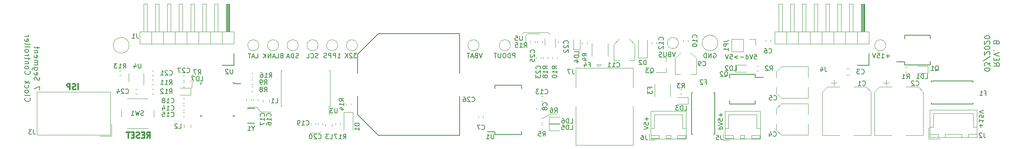
<source format=gbr>
G04 #@! TF.GenerationSoftware,KiCad,Pcbnew,(5.1.2)-1*
G04 #@! TF.CreationDate,2020-05-12T16:12:36+02:00*
G04 #@! TF.ProjectId,Controller,436f6e74-726f-46c6-9c65-722e6b696361,rev?*
G04 #@! TF.SameCoordinates,Original*
G04 #@! TF.FileFunction,Legend,Bot*
G04 #@! TF.FilePolarity,Positive*
%FSLAX46Y46*%
G04 Gerber Fmt 4.6, Leading zero omitted, Abs format (unit mm)*
G04 Created by KiCad (PCBNEW (5.1.2)-1) date 2020-05-12 16:12:36*
%MOMM*%
%LPD*%
G04 APERTURE LIST*
%ADD10C,0.120000*%
%ADD11C,0.200000*%
%ADD12C,0.150000*%
%ADD13C,0.300000*%
G04 APERTURE END LIST*
D10*
X84250000Y-104500000D02*
X83750000Y-105000000D01*
X84250000Y-104250000D02*
X84250000Y-104500000D01*
X84250000Y-103500000D02*
X84250000Y-104250000D01*
X84500000Y-103250000D02*
X84250000Y-103500000D01*
X84250000Y-105000000D02*
X84500000Y-104750000D01*
X84250000Y-106000000D02*
X84250000Y-105000000D01*
X84000000Y-106250000D02*
X84250000Y-106000000D01*
X159000000Y-94500000D02*
X159250000Y-94750000D01*
X155250000Y-94750000D02*
X155750000Y-94250000D01*
X161000000Y-94250000D02*
X161500000Y-94750000D01*
X155750000Y-94250000D02*
X161000000Y-94250000D01*
X156750000Y-94500000D02*
X159000000Y-94500000D01*
X156250000Y-95000000D02*
X156750000Y-94500000D01*
X156250000Y-96250000D02*
X156250000Y-95000000D01*
D11*
X205535714Y-98952380D02*
X206011904Y-98952380D01*
X206059523Y-99428571D01*
X206011904Y-99380952D01*
X205916666Y-99333333D01*
X205678571Y-99333333D01*
X205583333Y-99380952D01*
X205535714Y-99428571D01*
X205488095Y-99523809D01*
X205488095Y-99761904D01*
X205535714Y-99857142D01*
X205583333Y-99904761D01*
X205678571Y-99952380D01*
X205916666Y-99952380D01*
X206011904Y-99904761D01*
X206059523Y-99857142D01*
X205202380Y-98952380D02*
X204869047Y-99952380D01*
X204535714Y-98952380D01*
X203773809Y-99952380D02*
X203773809Y-98952380D01*
X203773809Y-99904761D02*
X203869047Y-99952380D01*
X204059523Y-99952380D01*
X204154761Y-99904761D01*
X204202380Y-99857142D01*
X204250000Y-99761904D01*
X204250000Y-99476190D01*
X204202380Y-99380952D01*
X204154761Y-99333333D01*
X204059523Y-99285714D01*
X203869047Y-99285714D01*
X203773809Y-99333333D01*
X203297619Y-99571428D02*
X202535714Y-99571428D01*
X202059523Y-99285714D02*
X201297619Y-99571428D01*
X202059523Y-99857142D01*
X200345238Y-98952380D02*
X200821428Y-98952380D01*
X200869047Y-99428571D01*
X200821428Y-99380952D01*
X200726190Y-99333333D01*
X200488095Y-99333333D01*
X200392857Y-99380952D01*
X200345238Y-99428571D01*
X200297619Y-99523809D01*
X200297619Y-99761904D01*
X200345238Y-99857142D01*
X200392857Y-99904761D01*
X200488095Y-99952380D01*
X200726190Y-99952380D01*
X200821428Y-99904761D01*
X200869047Y-99857142D01*
X200011904Y-98952380D02*
X199678571Y-99952380D01*
X199345238Y-98952380D01*
D12*
X153940476Y-99702380D02*
X153940476Y-98702380D01*
X153559523Y-98702380D01*
X153464285Y-98750000D01*
X153416666Y-98797619D01*
X153369047Y-98892857D01*
X153369047Y-99035714D01*
X153416666Y-99130952D01*
X153464285Y-99178571D01*
X153559523Y-99226190D01*
X153940476Y-99226190D01*
X152940476Y-99702380D02*
X152940476Y-98702380D01*
X152702380Y-98702380D01*
X152559523Y-98750000D01*
X152464285Y-98845238D01*
X152416666Y-98940476D01*
X152369047Y-99130952D01*
X152369047Y-99273809D01*
X152416666Y-99464285D01*
X152464285Y-99559523D01*
X152559523Y-99654761D01*
X152702380Y-99702380D01*
X152940476Y-99702380D01*
X151750000Y-98702380D02*
X151559523Y-98702380D01*
X151464285Y-98750000D01*
X151369047Y-98845238D01*
X151321428Y-99035714D01*
X151321428Y-99369047D01*
X151369047Y-99559523D01*
X151464285Y-99654761D01*
X151559523Y-99702380D01*
X151750000Y-99702380D01*
X151845238Y-99654761D01*
X151940476Y-99559523D01*
X151988095Y-99369047D01*
X151988095Y-99035714D01*
X151940476Y-98845238D01*
X151845238Y-98750000D01*
X151750000Y-98702380D01*
X150892857Y-98702380D02*
X150892857Y-99511904D01*
X150845238Y-99607142D01*
X150797619Y-99654761D01*
X150702380Y-99702380D01*
X150511904Y-99702380D01*
X150416666Y-99654761D01*
X150369047Y-99607142D01*
X150321428Y-99511904D01*
X150321428Y-98702380D01*
X149988095Y-98702380D02*
X149416666Y-98702380D01*
X149702380Y-99702380D02*
X149702380Y-98702380D01*
D11*
X257207142Y-100778571D02*
X257778571Y-101178571D01*
X257207142Y-101464285D02*
X258407142Y-101464285D01*
X258407142Y-101007142D01*
X258350000Y-100892857D01*
X258292857Y-100835714D01*
X258178571Y-100778571D01*
X258007142Y-100778571D01*
X257892857Y-100835714D01*
X257835714Y-100892857D01*
X257778571Y-101007142D01*
X257778571Y-101464285D01*
X257835714Y-100264285D02*
X257835714Y-99864285D01*
X257207142Y-99692857D02*
X257207142Y-100264285D01*
X258407142Y-100264285D01*
X258407142Y-99692857D01*
X258407142Y-99350000D02*
X257207142Y-98950000D01*
X258407142Y-98550000D01*
X257321428Y-98150000D02*
X257264285Y-98092857D01*
X257207142Y-98150000D01*
X257264285Y-98207142D01*
X257321428Y-98150000D01*
X257207142Y-98150000D01*
X257835714Y-96264285D02*
X257778571Y-96092857D01*
X257721428Y-96035714D01*
X257607142Y-95978571D01*
X257435714Y-95978571D01*
X257321428Y-96035714D01*
X257264285Y-96092857D01*
X257207142Y-96207142D01*
X257207142Y-96664285D01*
X258407142Y-96664285D01*
X258407142Y-96264285D01*
X258350000Y-96150000D01*
X258292857Y-96092857D01*
X258178571Y-96035714D01*
X258064285Y-96035714D01*
X257950000Y-96092857D01*
X257892857Y-96150000D01*
X257835714Y-96264285D01*
X257835714Y-96664285D01*
X256407142Y-102292857D02*
X256407142Y-102178571D01*
X256350000Y-102064285D01*
X256292857Y-102007142D01*
X256178571Y-101950000D01*
X255950000Y-101892857D01*
X255664285Y-101892857D01*
X255435714Y-101950000D01*
X255321428Y-102007142D01*
X255264285Y-102064285D01*
X255207142Y-102178571D01*
X255207142Y-102292857D01*
X255264285Y-102407142D01*
X255321428Y-102464285D01*
X255435714Y-102521428D01*
X255664285Y-102578571D01*
X255950000Y-102578571D01*
X256178571Y-102521428D01*
X256292857Y-102464285D01*
X256350000Y-102407142D01*
X256407142Y-102292857D01*
X256407142Y-101492857D02*
X256407142Y-100750000D01*
X255950000Y-101150000D01*
X255950000Y-100978571D01*
X255892857Y-100864285D01*
X255835714Y-100807142D01*
X255721428Y-100750000D01*
X255435714Y-100750000D01*
X255321428Y-100807142D01*
X255264285Y-100864285D01*
X255207142Y-100978571D01*
X255207142Y-101321428D01*
X255264285Y-101435714D01*
X255321428Y-101492857D01*
X256464285Y-99378571D02*
X254921428Y-100407142D01*
X256292857Y-99035714D02*
X256350000Y-98978571D01*
X256407142Y-98864285D01*
X256407142Y-98578571D01*
X256350000Y-98464285D01*
X256292857Y-98407142D01*
X256178571Y-98350000D01*
X256064285Y-98350000D01*
X255892857Y-98407142D01*
X255207142Y-99092857D01*
X255207142Y-98350000D01*
X256407142Y-97607142D02*
X256407142Y-97492857D01*
X256350000Y-97378571D01*
X256292857Y-97321428D01*
X256178571Y-97264285D01*
X255950000Y-97207142D01*
X255664285Y-97207142D01*
X255435714Y-97264285D01*
X255321428Y-97321428D01*
X255264285Y-97378571D01*
X255207142Y-97492857D01*
X255207142Y-97607142D01*
X255264285Y-97721428D01*
X255321428Y-97778571D01*
X255435714Y-97835714D01*
X255664285Y-97892857D01*
X255950000Y-97892857D01*
X256178571Y-97835714D01*
X256292857Y-97778571D01*
X256350000Y-97721428D01*
X256407142Y-97607142D01*
X256292857Y-96750000D02*
X256350000Y-96692857D01*
X256407142Y-96578571D01*
X256407142Y-96292857D01*
X256350000Y-96178571D01*
X256292857Y-96121428D01*
X256178571Y-96064285D01*
X256064285Y-96064285D01*
X255892857Y-96121428D01*
X255207142Y-96807142D01*
X255207142Y-96064285D01*
X256407142Y-95321428D02*
X256407142Y-95207142D01*
X256350000Y-95092857D01*
X256292857Y-95035714D01*
X256178571Y-94978571D01*
X255950000Y-94921428D01*
X255664285Y-94921428D01*
X255435714Y-94978571D01*
X255321428Y-95035714D01*
X255264285Y-95092857D01*
X255207142Y-95207142D01*
X255207142Y-95321428D01*
X255264285Y-95435714D01*
X255321428Y-95492857D01*
X255435714Y-95550000D01*
X255664285Y-95607142D01*
X255950000Y-95607142D01*
X256178571Y-95550000D01*
X256292857Y-95492857D01*
X256350000Y-95435714D01*
X256407142Y-95321428D01*
X51407142Y-106685714D02*
X51407142Y-105885714D01*
X50207142Y-106400000D01*
X50264285Y-104571428D02*
X50207142Y-104400000D01*
X50207142Y-104114285D01*
X50264285Y-104000000D01*
X50321428Y-103942857D01*
X50435714Y-103885714D01*
X50550000Y-103885714D01*
X50664285Y-103942857D01*
X50721428Y-104000000D01*
X50778571Y-104114285D01*
X50835714Y-104342857D01*
X50892857Y-104457142D01*
X50950000Y-104514285D01*
X51064285Y-104571428D01*
X51178571Y-104571428D01*
X51292857Y-104514285D01*
X51350000Y-104457142D01*
X51407142Y-104342857D01*
X51407142Y-104057142D01*
X51350000Y-103885714D01*
X50264285Y-102914285D02*
X50207142Y-103028571D01*
X50207142Y-103257142D01*
X50264285Y-103371428D01*
X50378571Y-103428571D01*
X50835714Y-103428571D01*
X50950000Y-103371428D01*
X51007142Y-103257142D01*
X51007142Y-103028571D01*
X50950000Y-102914285D01*
X50835714Y-102857142D01*
X50721428Y-102857142D01*
X50607142Y-103428571D01*
X51007142Y-101828571D02*
X50035714Y-101828571D01*
X49921428Y-101885714D01*
X49864285Y-101942857D01*
X49807142Y-102057142D01*
X49807142Y-102228571D01*
X49864285Y-102342857D01*
X50264285Y-101828571D02*
X50207142Y-101942857D01*
X50207142Y-102171428D01*
X50264285Y-102285714D01*
X50321428Y-102342857D01*
X50435714Y-102400000D01*
X50778571Y-102400000D01*
X50892857Y-102342857D01*
X50950000Y-102285714D01*
X51007142Y-102171428D01*
X51007142Y-101942857D01*
X50950000Y-101828571D01*
X50207142Y-101257142D02*
X51007142Y-101257142D01*
X50892857Y-101257142D02*
X50950000Y-101200000D01*
X51007142Y-101085714D01*
X51007142Y-100914285D01*
X50950000Y-100800000D01*
X50835714Y-100742857D01*
X50207142Y-100742857D01*
X50835714Y-100742857D02*
X50950000Y-100685714D01*
X51007142Y-100571428D01*
X51007142Y-100400000D01*
X50950000Y-100285714D01*
X50835714Y-100228571D01*
X50207142Y-100228571D01*
X50264285Y-99200000D02*
X50207142Y-99314285D01*
X50207142Y-99542857D01*
X50264285Y-99657142D01*
X50378571Y-99714285D01*
X50835714Y-99714285D01*
X50950000Y-99657142D01*
X51007142Y-99542857D01*
X51007142Y-99314285D01*
X50950000Y-99200000D01*
X50835714Y-99142857D01*
X50721428Y-99142857D01*
X50607142Y-99714285D01*
X51007142Y-98628571D02*
X50207142Y-98628571D01*
X50892857Y-98628571D02*
X50950000Y-98571428D01*
X51007142Y-98457142D01*
X51007142Y-98285714D01*
X50950000Y-98171428D01*
X50835714Y-98114285D01*
X50207142Y-98114285D01*
X51007142Y-97714285D02*
X51007142Y-97257142D01*
X51407142Y-97542857D02*
X50378571Y-97542857D01*
X50264285Y-97485714D01*
X50207142Y-97371428D01*
X50207142Y-97257142D01*
X48321428Y-108400000D02*
X48264285Y-108457142D01*
X48207142Y-108628571D01*
X48207142Y-108742857D01*
X48264285Y-108914285D01*
X48378571Y-109028571D01*
X48492857Y-109085714D01*
X48721428Y-109142857D01*
X48892857Y-109142857D01*
X49121428Y-109085714D01*
X49235714Y-109028571D01*
X49350000Y-108914285D01*
X49407142Y-108742857D01*
X49407142Y-108628571D01*
X49350000Y-108457142D01*
X49292857Y-108400000D01*
X48207142Y-107714285D02*
X48264285Y-107828571D01*
X48378571Y-107885714D01*
X49407142Y-107885714D01*
X48207142Y-107085714D02*
X48264285Y-107200000D01*
X48321428Y-107257142D01*
X48435714Y-107314285D01*
X48778571Y-107314285D01*
X48892857Y-107257142D01*
X48950000Y-107200000D01*
X49007142Y-107085714D01*
X49007142Y-106914285D01*
X48950000Y-106800000D01*
X48892857Y-106742857D01*
X48778571Y-106685714D01*
X48435714Y-106685714D01*
X48321428Y-106742857D01*
X48264285Y-106800000D01*
X48207142Y-106914285D01*
X48207142Y-107085714D01*
X48264285Y-105657142D02*
X48207142Y-105771428D01*
X48207142Y-106000000D01*
X48264285Y-106114285D01*
X48321428Y-106171428D01*
X48435714Y-106228571D01*
X48778571Y-106228571D01*
X48892857Y-106171428D01*
X48950000Y-106114285D01*
X49007142Y-106000000D01*
X49007142Y-105771428D01*
X48950000Y-105657142D01*
X48207142Y-105142857D02*
X49407142Y-105142857D01*
X48664285Y-105028571D02*
X48207142Y-104685714D01*
X49007142Y-104685714D02*
X48550000Y-105142857D01*
X48321428Y-102571428D02*
X48264285Y-102628571D01*
X48207142Y-102800000D01*
X48207142Y-102914285D01*
X48264285Y-103085714D01*
X48378571Y-103200000D01*
X48492857Y-103257142D01*
X48721428Y-103314285D01*
X48892857Y-103314285D01*
X49121428Y-103257142D01*
X49235714Y-103200000D01*
X49350000Y-103085714D01*
X49407142Y-102914285D01*
X49407142Y-102800000D01*
X49350000Y-102628571D01*
X49292857Y-102571428D01*
X48207142Y-101885714D02*
X48264285Y-102000000D01*
X48321428Y-102057142D01*
X48435714Y-102114285D01*
X48778571Y-102114285D01*
X48892857Y-102057142D01*
X48950000Y-102000000D01*
X49007142Y-101885714D01*
X49007142Y-101714285D01*
X48950000Y-101600000D01*
X48892857Y-101542857D01*
X48778571Y-101485714D01*
X48435714Y-101485714D01*
X48321428Y-101542857D01*
X48264285Y-101600000D01*
X48207142Y-101714285D01*
X48207142Y-101885714D01*
X49007142Y-100971428D02*
X48207142Y-100971428D01*
X48892857Y-100971428D02*
X48950000Y-100914285D01*
X49007142Y-100800000D01*
X49007142Y-100628571D01*
X48950000Y-100514285D01*
X48835714Y-100457142D01*
X48207142Y-100457142D01*
X49007142Y-100057142D02*
X49007142Y-99600000D01*
X49407142Y-99885714D02*
X48378571Y-99885714D01*
X48264285Y-99828571D01*
X48207142Y-99714285D01*
X48207142Y-99600000D01*
X48207142Y-99200000D02*
X49007142Y-99200000D01*
X48778571Y-99200000D02*
X48892857Y-99142857D01*
X48950000Y-99085714D01*
X49007142Y-98971428D01*
X49007142Y-98857142D01*
X48207142Y-98285714D02*
X48264285Y-98400000D01*
X48321428Y-98457142D01*
X48435714Y-98514285D01*
X48778571Y-98514285D01*
X48892857Y-98457142D01*
X48950000Y-98400000D01*
X49007142Y-98285714D01*
X49007142Y-98114285D01*
X48950000Y-98000000D01*
X48892857Y-97942857D01*
X48778571Y-97885714D01*
X48435714Y-97885714D01*
X48321428Y-97942857D01*
X48264285Y-98000000D01*
X48207142Y-98114285D01*
X48207142Y-98285714D01*
X48207142Y-97200000D02*
X48264285Y-97314285D01*
X48378571Y-97371428D01*
X49407142Y-97371428D01*
X48207142Y-96571428D02*
X48264285Y-96685714D01*
X48378571Y-96742857D01*
X49407142Y-96742857D01*
X48264285Y-95657142D02*
X48207142Y-95771428D01*
X48207142Y-96000000D01*
X48264285Y-96114285D01*
X48378571Y-96171428D01*
X48835714Y-96171428D01*
X48950000Y-96114285D01*
X49007142Y-96000000D01*
X49007142Y-95771428D01*
X48950000Y-95657142D01*
X48835714Y-95600000D01*
X48721428Y-95600000D01*
X48607142Y-96171428D01*
X48207142Y-95085714D02*
X49007142Y-95085714D01*
X48778571Y-95085714D02*
X48892857Y-95028571D01*
X48950000Y-94971428D01*
X49007142Y-94857142D01*
X49007142Y-94742857D01*
D10*
X161500000Y-111800000D02*
X159912779Y-112740000D01*
X163000000Y-111800000D02*
X161500000Y-111800000D01*
D12*
X196761904Y-98750000D02*
X196857142Y-98702380D01*
X197000000Y-98702380D01*
X197142857Y-98750000D01*
X197238095Y-98845238D01*
X197285714Y-98940476D01*
X197333333Y-99130952D01*
X197333333Y-99273809D01*
X197285714Y-99464285D01*
X197238095Y-99559523D01*
X197142857Y-99654761D01*
X197000000Y-99702380D01*
X196904761Y-99702380D01*
X196761904Y-99654761D01*
X196714285Y-99607142D01*
X196714285Y-99273809D01*
X196904761Y-99273809D01*
X196285714Y-99702380D02*
X196285714Y-98702380D01*
X195714285Y-99702380D01*
X195714285Y-98702380D01*
X195238095Y-99702380D02*
X195238095Y-98702380D01*
X195000000Y-98702380D01*
X194857142Y-98750000D01*
X194761904Y-98845238D01*
X194714285Y-98940476D01*
X194666666Y-99130952D01*
X194666666Y-99273809D01*
X194714285Y-99464285D01*
X194761904Y-99559523D01*
X194857142Y-99654761D01*
X195000000Y-99702380D01*
X195238095Y-99702380D01*
X98000000Y-99752380D02*
X98476190Y-99752380D01*
X98476190Y-98752380D01*
X97714285Y-99466666D02*
X97238095Y-99466666D01*
X97809523Y-99752380D02*
X97476190Y-98752380D01*
X97142857Y-99752380D01*
X96952380Y-98752380D02*
X96380952Y-98752380D01*
X96666666Y-99752380D02*
X96666666Y-98752380D01*
X103585714Y-99228571D02*
X103442857Y-99276190D01*
X103395238Y-99323809D01*
X103347619Y-99419047D01*
X103347619Y-99561904D01*
X103395238Y-99657142D01*
X103442857Y-99704761D01*
X103538095Y-99752380D01*
X103919047Y-99752380D01*
X103919047Y-98752380D01*
X103585714Y-98752380D01*
X103490476Y-98800000D01*
X103442857Y-98847619D01*
X103395238Y-98942857D01*
X103395238Y-99038095D01*
X103442857Y-99133333D01*
X103490476Y-99180952D01*
X103585714Y-99228571D01*
X103919047Y-99228571D01*
X102442857Y-99752380D02*
X102919047Y-99752380D01*
X102919047Y-98752380D01*
X102157142Y-99466666D02*
X101680952Y-99466666D01*
X102252380Y-99752380D02*
X101919047Y-98752380D01*
X101585714Y-99752380D01*
X101252380Y-99752380D02*
X101252380Y-98752380D01*
X100680952Y-99752380D01*
X100680952Y-98752380D01*
X100204761Y-99752380D02*
X100204761Y-98752380D01*
X99633333Y-99752380D02*
X100061904Y-99180952D01*
X99633333Y-98752380D02*
X100204761Y-99323809D01*
X107214285Y-99704761D02*
X107071428Y-99752380D01*
X106833333Y-99752380D01*
X106738095Y-99704761D01*
X106690476Y-99657142D01*
X106642857Y-99561904D01*
X106642857Y-99466666D01*
X106690476Y-99371428D01*
X106738095Y-99323809D01*
X106833333Y-99276190D01*
X107023809Y-99228571D01*
X107119047Y-99180952D01*
X107166666Y-99133333D01*
X107214285Y-99038095D01*
X107214285Y-98942857D01*
X107166666Y-98847619D01*
X107119047Y-98800000D01*
X107023809Y-98752380D01*
X106785714Y-98752380D01*
X106642857Y-98800000D01*
X106214285Y-99752380D02*
X106214285Y-98752380D01*
X105976190Y-98752380D01*
X105833333Y-98800000D01*
X105738095Y-98895238D01*
X105690476Y-98990476D01*
X105642857Y-99180952D01*
X105642857Y-99323809D01*
X105690476Y-99514285D01*
X105738095Y-99609523D01*
X105833333Y-99704761D01*
X105976190Y-99752380D01*
X106214285Y-99752380D01*
X105261904Y-99466666D02*
X104785714Y-99466666D01*
X105357142Y-99752380D02*
X105023809Y-98752380D01*
X104690476Y-99752380D01*
X111440476Y-99704761D02*
X111297619Y-99752380D01*
X111059523Y-99752380D01*
X110964285Y-99704761D01*
X110916666Y-99657142D01*
X110869047Y-99561904D01*
X110869047Y-99466666D01*
X110916666Y-99371428D01*
X110964285Y-99323809D01*
X111059523Y-99276190D01*
X111250000Y-99228571D01*
X111345238Y-99180952D01*
X111392857Y-99133333D01*
X111440476Y-99038095D01*
X111440476Y-98942857D01*
X111392857Y-98847619D01*
X111345238Y-98800000D01*
X111250000Y-98752380D01*
X111011904Y-98752380D01*
X110869047Y-98800000D01*
X109869047Y-99657142D02*
X109916666Y-99704761D01*
X110059523Y-99752380D01*
X110154761Y-99752380D01*
X110297619Y-99704761D01*
X110392857Y-99609523D01*
X110440476Y-99514285D01*
X110488095Y-99323809D01*
X110488095Y-99180952D01*
X110440476Y-98990476D01*
X110392857Y-98895238D01*
X110297619Y-98800000D01*
X110154761Y-98752380D01*
X110059523Y-98752380D01*
X109916666Y-98800000D01*
X109869047Y-98847619D01*
X108964285Y-99752380D02*
X109440476Y-99752380D01*
X109440476Y-98752380D01*
X115690476Y-99702380D02*
X116261904Y-99702380D01*
X115976190Y-99702380D02*
X115976190Y-98702380D01*
X116071428Y-98845238D01*
X116166666Y-98940476D01*
X116261904Y-98988095D01*
X115261904Y-99702380D02*
X115261904Y-98702380D01*
X114880952Y-98702380D01*
X114785714Y-98750000D01*
X114738095Y-98797619D01*
X114690476Y-98892857D01*
X114690476Y-99035714D01*
X114738095Y-99130952D01*
X114785714Y-99178571D01*
X114880952Y-99226190D01*
X115261904Y-99226190D01*
X114261904Y-99702380D02*
X114261904Y-98702380D01*
X113880952Y-98702380D01*
X113785714Y-98750000D01*
X113738095Y-98797619D01*
X113690476Y-98892857D01*
X113690476Y-99035714D01*
X113738095Y-99130952D01*
X113785714Y-99178571D01*
X113880952Y-99226190D01*
X114261904Y-99226190D01*
X113309523Y-99654761D02*
X113166666Y-99702380D01*
X112928571Y-99702380D01*
X112833333Y-99654761D01*
X112785714Y-99607142D01*
X112738095Y-99511904D01*
X112738095Y-99416666D01*
X112785714Y-99321428D01*
X112833333Y-99273809D01*
X112928571Y-99226190D01*
X113119047Y-99178571D01*
X113214285Y-99130952D01*
X113261904Y-99083333D01*
X113309523Y-98988095D01*
X113309523Y-98892857D01*
X113261904Y-98797619D01*
X113214285Y-98750000D01*
X113119047Y-98702380D01*
X112880952Y-98702380D01*
X112738095Y-98750000D01*
X119809523Y-98702380D02*
X119190476Y-98702380D01*
X119523809Y-99083333D01*
X119380952Y-99083333D01*
X119285714Y-99130952D01*
X119238095Y-99178571D01*
X119190476Y-99273809D01*
X119190476Y-99511904D01*
X119238095Y-99607142D01*
X119285714Y-99654761D01*
X119380952Y-99702380D01*
X119666666Y-99702380D01*
X119761904Y-99654761D01*
X119809523Y-99607142D01*
X118809523Y-98797619D02*
X118761904Y-98750000D01*
X118666666Y-98702380D01*
X118428571Y-98702380D01*
X118333333Y-98750000D01*
X118285714Y-98797619D01*
X118238095Y-98892857D01*
X118238095Y-98988095D01*
X118285714Y-99130952D01*
X118857142Y-99702380D01*
X118238095Y-99702380D01*
X117809523Y-99702380D02*
X117809523Y-98702380D01*
X117238095Y-99702380D02*
X117666666Y-99130952D01*
X117238095Y-98702380D02*
X117809523Y-99273809D01*
X146892857Y-98702380D02*
X146559523Y-99702380D01*
X146226190Y-98702380D01*
X145559523Y-99178571D02*
X145416666Y-99226190D01*
X145369047Y-99273809D01*
X145321428Y-99369047D01*
X145321428Y-99511904D01*
X145369047Y-99607142D01*
X145416666Y-99654761D01*
X145511904Y-99702380D01*
X145892857Y-99702380D01*
X145892857Y-98702380D01*
X145559523Y-98702380D01*
X145464285Y-98750000D01*
X145416666Y-98797619D01*
X145369047Y-98892857D01*
X145369047Y-98988095D01*
X145416666Y-99083333D01*
X145464285Y-99130952D01*
X145559523Y-99178571D01*
X145892857Y-99178571D01*
X144940476Y-99416666D02*
X144464285Y-99416666D01*
X145035714Y-99702380D02*
X144702380Y-98702380D01*
X144369047Y-99702380D01*
X144178571Y-98702380D02*
X143607142Y-98702380D01*
X143892857Y-99702380D02*
X143892857Y-98702380D01*
D11*
X182371428Y-112514285D02*
X182371428Y-113276190D01*
X182752380Y-112895238D02*
X181990476Y-112895238D01*
X181752380Y-114228571D02*
X181752380Y-113752380D01*
X182228571Y-113704761D01*
X182180952Y-113752380D01*
X182133333Y-113847619D01*
X182133333Y-114085714D01*
X182180952Y-114180952D01*
X182228571Y-114228571D01*
X182323809Y-114276190D01*
X182561904Y-114276190D01*
X182657142Y-114228571D01*
X182704761Y-114180952D01*
X182752380Y-114085714D01*
X182752380Y-113847619D01*
X182704761Y-113752380D01*
X182657142Y-113704761D01*
X181752380Y-114561904D02*
X182752380Y-114895238D01*
X181752380Y-115228571D01*
X198371428Y-111661904D02*
X198371428Y-112423809D01*
X198752380Y-112042857D02*
X197990476Y-112042857D01*
X197752380Y-113376190D02*
X197752380Y-112900000D01*
X198228571Y-112852380D01*
X198180952Y-112900000D01*
X198133333Y-112995238D01*
X198133333Y-113233333D01*
X198180952Y-113328571D01*
X198228571Y-113376190D01*
X198323809Y-113423809D01*
X198561904Y-113423809D01*
X198657142Y-113376190D01*
X198704761Y-113328571D01*
X198752380Y-113233333D01*
X198752380Y-112995238D01*
X198704761Y-112900000D01*
X198657142Y-112852380D01*
X197752380Y-113709523D02*
X198752380Y-114042857D01*
X197752380Y-114376190D01*
X198752380Y-115138095D02*
X197752380Y-115138095D01*
X198704761Y-115138095D02*
X198752380Y-115042857D01*
X198752380Y-114852380D01*
X198704761Y-114757142D01*
X198657142Y-114709523D01*
X198561904Y-114661904D01*
X198276190Y-114661904D01*
X198180952Y-114709523D01*
X198133333Y-114757142D01*
X198085714Y-114852380D01*
X198085714Y-115042857D01*
X198133333Y-115138095D01*
X254428571Y-114761904D02*
X254428571Y-114000000D01*
X254047619Y-114380952D02*
X254809523Y-114380952D01*
X254047619Y-113000000D02*
X254047619Y-113571428D01*
X254047619Y-113285714D02*
X255047619Y-113285714D01*
X254904761Y-113380952D01*
X254809523Y-113476190D01*
X254761904Y-113571428D01*
X255047619Y-112095238D02*
X255047619Y-112571428D01*
X254571428Y-112619047D01*
X254619047Y-112571428D01*
X254666666Y-112476190D01*
X254666666Y-112238095D01*
X254619047Y-112142857D01*
X254571428Y-112095238D01*
X254476190Y-112047619D01*
X254238095Y-112047619D01*
X254142857Y-112095238D01*
X254095238Y-112142857D01*
X254047619Y-112238095D01*
X254047619Y-112476190D01*
X254095238Y-112571428D01*
X254142857Y-112619047D01*
X255047619Y-111761904D02*
X254047619Y-111428571D01*
X255047619Y-111095238D01*
D12*
X234761904Y-99321428D02*
X234000000Y-99321428D01*
X234380952Y-99702380D02*
X234380952Y-98940476D01*
X233000000Y-99702380D02*
X233571428Y-99702380D01*
X233285714Y-99702380D02*
X233285714Y-98702380D01*
X233380952Y-98845238D01*
X233476190Y-98940476D01*
X233571428Y-98988095D01*
X232095238Y-98702380D02*
X232571428Y-98702380D01*
X232619047Y-99178571D01*
X232571428Y-99130952D01*
X232476190Y-99083333D01*
X232238095Y-99083333D01*
X232142857Y-99130952D01*
X232095238Y-99178571D01*
X232047619Y-99273809D01*
X232047619Y-99511904D01*
X232095238Y-99607142D01*
X232142857Y-99654761D01*
X232238095Y-99702380D01*
X232476190Y-99702380D01*
X232571428Y-99654761D01*
X232619047Y-99607142D01*
X231761904Y-98702380D02*
X231428571Y-99702380D01*
X231095238Y-98702380D01*
X188583333Y-98452380D02*
X188250000Y-99452380D01*
X187916666Y-98452380D01*
X187250000Y-98928571D02*
X187107142Y-98976190D01*
X187059523Y-99023809D01*
X187011904Y-99119047D01*
X187011904Y-99261904D01*
X187059523Y-99357142D01*
X187107142Y-99404761D01*
X187202380Y-99452380D01*
X187583333Y-99452380D01*
X187583333Y-98452380D01*
X187250000Y-98452380D01*
X187154761Y-98500000D01*
X187107142Y-98547619D01*
X187059523Y-98642857D01*
X187059523Y-98738095D01*
X187107142Y-98833333D01*
X187154761Y-98880952D01*
X187250000Y-98928571D01*
X187583333Y-98928571D01*
X186583333Y-98452380D02*
X186583333Y-99261904D01*
X186535714Y-99357142D01*
X186488095Y-99404761D01*
X186392857Y-99452380D01*
X186202380Y-99452380D01*
X186107142Y-99404761D01*
X186059523Y-99357142D01*
X186011904Y-99261904D01*
X186011904Y-98452380D01*
X185583333Y-99404761D02*
X185440476Y-99452380D01*
X185202380Y-99452380D01*
X185107142Y-99404761D01*
X185059523Y-99357142D01*
X185011904Y-99261904D01*
X185011904Y-99166666D01*
X185059523Y-99071428D01*
X185107142Y-99023809D01*
X185202380Y-98976190D01*
X185392857Y-98928571D01*
X185488095Y-98880952D01*
X185535714Y-98833333D01*
X185583333Y-98738095D01*
X185583333Y-98642857D01*
X185535714Y-98547619D01*
X185488095Y-98500000D01*
X185392857Y-98452380D01*
X185154761Y-98452380D01*
X185011904Y-98500000D01*
D13*
X74492857Y-117042857D02*
X74892857Y-116471428D01*
X75178571Y-117042857D02*
X75178571Y-115842857D01*
X74721428Y-115842857D01*
X74607142Y-115900000D01*
X74550000Y-115957142D01*
X74492857Y-116071428D01*
X74492857Y-116242857D01*
X74550000Y-116357142D01*
X74607142Y-116414285D01*
X74721428Y-116471428D01*
X75178571Y-116471428D01*
X73978571Y-116414285D02*
X73578571Y-116414285D01*
X73407142Y-117042857D02*
X73978571Y-117042857D01*
X73978571Y-115842857D01*
X73407142Y-115842857D01*
X72950000Y-116985714D02*
X72778571Y-117042857D01*
X72492857Y-117042857D01*
X72378571Y-116985714D01*
X72321428Y-116928571D01*
X72264285Y-116814285D01*
X72264285Y-116700000D01*
X72321428Y-116585714D01*
X72378571Y-116528571D01*
X72492857Y-116471428D01*
X72721428Y-116414285D01*
X72835714Y-116357142D01*
X72892857Y-116300000D01*
X72950000Y-116185714D01*
X72950000Y-116071428D01*
X72892857Y-115957142D01*
X72835714Y-115900000D01*
X72721428Y-115842857D01*
X72435714Y-115842857D01*
X72264285Y-115900000D01*
X71750000Y-116414285D02*
X71350000Y-116414285D01*
X71178571Y-117042857D02*
X71750000Y-117042857D01*
X71750000Y-115842857D01*
X71178571Y-115842857D01*
X70835714Y-115842857D02*
X70150000Y-115842857D01*
X70492857Y-117042857D02*
X70492857Y-115842857D01*
X59671428Y-106542857D02*
X59671428Y-105342857D01*
X59157142Y-106485714D02*
X58985714Y-106542857D01*
X58700000Y-106542857D01*
X58585714Y-106485714D01*
X58528571Y-106428571D01*
X58471428Y-106314285D01*
X58471428Y-106200000D01*
X58528571Y-106085714D01*
X58585714Y-106028571D01*
X58700000Y-105971428D01*
X58928571Y-105914285D01*
X59042857Y-105857142D01*
X59100000Y-105800000D01*
X59157142Y-105685714D01*
X59157142Y-105571428D01*
X59100000Y-105457142D01*
X59042857Y-105400000D01*
X58928571Y-105342857D01*
X58642857Y-105342857D01*
X58471428Y-105400000D01*
X57957142Y-106542857D02*
X57957142Y-105342857D01*
X57500000Y-105342857D01*
X57385714Y-105400000D01*
X57328571Y-105457142D01*
X57271428Y-105571428D01*
X57271428Y-105742857D01*
X57328571Y-105857142D01*
X57385714Y-105914285D01*
X57500000Y-105971428D01*
X57957142Y-105971428D01*
D10*
X111650000Y-116000000D02*
X112050000Y-115600000D01*
X109650000Y-116000000D02*
X111650000Y-116000000D01*
X98300000Y-110400000D02*
X96300000Y-110400000D01*
X99100000Y-111400000D02*
X98300000Y-110400000D01*
X101300000Y-111400000D02*
X99100000Y-111400000D01*
X243150000Y-117250000D02*
X243150000Y-114750000D01*
X245650000Y-117250000D02*
X243150000Y-117250000D01*
X252800000Y-111750000D02*
X248500000Y-111750000D01*
X252800000Y-114700000D02*
X252800000Y-111750000D01*
X253550000Y-114700000D02*
X252800000Y-114700000D01*
X244200000Y-111750000D02*
X248500000Y-111750000D01*
X244200000Y-114700000D02*
X244200000Y-111750000D01*
X243450000Y-114700000D02*
X244200000Y-114700000D01*
X253550000Y-116950000D02*
X251750000Y-116950000D01*
X253550000Y-116200000D02*
X253550000Y-116950000D01*
X251750000Y-116200000D02*
X253550000Y-116200000D01*
X251750000Y-116950000D02*
X251750000Y-116200000D01*
X245250000Y-116950000D02*
X243450000Y-116950000D01*
X245250000Y-116200000D02*
X245250000Y-116950000D01*
X243450000Y-116200000D02*
X245250000Y-116200000D01*
X243450000Y-116950000D02*
X243450000Y-116200000D01*
X250250000Y-116950000D02*
X246750000Y-116950000D01*
X250250000Y-116200000D02*
X250250000Y-116950000D01*
X246750000Y-116200000D02*
X250250000Y-116200000D01*
X246750000Y-116950000D02*
X246750000Y-116200000D01*
X253550000Y-116950000D02*
X243450000Y-116950000D01*
X253550000Y-111000000D02*
X253550000Y-116950000D01*
X243450000Y-111000000D02*
X253550000Y-111000000D01*
X243450000Y-116950000D02*
X243450000Y-111000000D01*
X168490000Y-96662779D02*
X168490000Y-96337221D01*
X169510000Y-96662779D02*
X169510000Y-96337221D01*
X233950000Y-97000000D02*
G75*
G03X233950000Y-97000000I-1200000J0D01*
G01*
X189200000Y-96500000D02*
G75*
G03X189200000Y-96500000I-1200000J0D01*
G01*
X146200000Y-97000000D02*
G75*
G03X146200000Y-97000000I-1200000J0D01*
G01*
X102950000Y-97000000D02*
G75*
G03X102950000Y-97000000I-1200000J0D01*
G01*
X98700000Y-97000000D02*
G75*
G03X98700000Y-97000000I-1200000J0D01*
G01*
X111450000Y-97000000D02*
G75*
G03X111450000Y-97000000I-1200000J0D01*
G01*
X107200000Y-97000000D02*
G75*
G03X107200000Y-97000000I-1200000J0D01*
G01*
X152950000Y-97000000D02*
G75*
G03X152950000Y-97000000I-1200000J0D01*
G01*
X119950000Y-97000000D02*
G75*
G03X119950000Y-97000000I-1200000J0D01*
G01*
X115700000Y-97000000D02*
G75*
G03X115700000Y-97000000I-1200000J0D01*
G01*
X172500000Y-101180000D02*
X172000000Y-101680000D01*
X171500000Y-101180000D02*
X172500000Y-101180000D01*
X172000000Y-101680000D02*
X171500000Y-101180000D01*
X179410000Y-118620000D02*
X179410000Y-110260000D01*
X167090000Y-118620000D02*
X179410000Y-118620000D01*
X167090000Y-110260000D02*
X167090000Y-118620000D01*
X179410000Y-101900000D02*
X179410000Y-106160000D01*
X167090000Y-101900000D02*
X179410000Y-101900000D01*
X167090000Y-106160000D02*
X167090000Y-101900000D01*
X205830000Y-97000000D02*
X205830000Y-95670000D01*
X205830000Y-95670000D02*
X204500000Y-95670000D01*
X203230000Y-95670000D02*
X200630000Y-95670000D01*
X200630000Y-98330000D02*
X200630000Y-95670000D01*
X203230000Y-98330000D02*
X200630000Y-98330000D01*
X203230000Y-98330000D02*
X203230000Y-95670000D01*
X160340000Y-96950000D02*
X160340000Y-95550000D01*
X162660000Y-95550000D02*
X162660000Y-97450000D01*
X159990000Y-99912779D02*
X159990000Y-99587221D01*
X161010000Y-99912779D02*
X161010000Y-99587221D01*
X163010000Y-99587221D02*
X163010000Y-99912779D01*
X161990000Y-99587221D02*
X161990000Y-99912779D01*
D12*
X149625000Y-115750000D02*
X148025000Y-115750000D01*
X149625000Y-105675000D02*
X155375000Y-105675000D01*
X149625000Y-116325000D02*
X155375000Y-116325000D01*
X149625000Y-105675000D02*
X149625000Y-106325000D01*
X155375000Y-105675000D02*
X155375000Y-106325000D01*
X155375000Y-116325000D02*
X155375000Y-115675000D01*
X149625000Y-116325000D02*
X149625000Y-115750000D01*
X93375000Y-105350000D02*
X94800000Y-105350000D01*
X86125000Y-105125000D02*
X86450000Y-105125000D01*
X86125000Y-112375000D02*
X86450000Y-112375000D01*
X93375000Y-112375000D02*
X93050000Y-112375000D01*
X93375000Y-105125000D02*
X93050000Y-105125000D01*
X93375000Y-112375000D02*
X93375000Y-112050000D01*
X86125000Y-112375000D02*
X86125000Y-112050000D01*
X86125000Y-105125000D02*
X86125000Y-105450000D01*
X93375000Y-105125000D02*
X93375000Y-105350000D01*
D10*
X115240000Y-114162779D02*
X115240000Y-113837221D01*
X116260000Y-114162779D02*
X116260000Y-113837221D01*
X97412779Y-104010000D02*
X97087221Y-104010000D01*
X97412779Y-102990000D02*
X97087221Y-102990000D01*
X82337221Y-103490000D02*
X82662779Y-103490000D01*
X82337221Y-104510000D02*
X82662779Y-104510000D01*
D12*
X120000000Y-112000000D02*
X120000000Y-108000000D01*
X124500000Y-116500000D02*
X120000000Y-112000000D01*
X142000000Y-116500000D02*
X124500000Y-116500000D01*
X142000000Y-108000000D02*
X142000000Y-116500000D01*
X120000000Y-99000000D02*
X120000000Y-103000000D01*
X124500000Y-94500000D02*
X120000000Y-99000000D01*
X142000000Y-94500000D02*
X124500000Y-94500000D01*
X142000000Y-103000000D02*
X142000000Y-94500000D01*
D10*
X68587221Y-102490000D02*
X68912779Y-102490000D01*
X68587221Y-103510000D02*
X68912779Y-103510000D01*
X75587221Y-106490000D02*
X75912779Y-106490000D01*
X75587221Y-107510000D02*
X75912779Y-107510000D01*
X173960000Y-96613748D02*
X173960000Y-99386252D01*
X170540000Y-96613748D02*
X170540000Y-99386252D01*
X187460000Y-105363748D02*
X187460000Y-108136252D01*
X184040000Y-105363748D02*
X184040000Y-108136252D01*
X97412779Y-107010000D02*
X97087221Y-107010000D01*
X97412779Y-105990000D02*
X97087221Y-105990000D01*
X117000000Y-111500000D02*
X117000000Y-115400000D01*
X119000000Y-111500000D02*
X119000000Y-115400000D01*
X117000000Y-111500000D02*
X119000000Y-111500000D01*
X75912779Y-105510000D02*
X75587221Y-105510000D01*
X75912779Y-104490000D02*
X75587221Y-104490000D01*
X73860000Y-103100000D02*
X73860000Y-105550000D01*
X70640000Y-104900000D02*
X70640000Y-103100000D01*
X72412779Y-107510000D02*
X72087221Y-107510000D01*
X72412779Y-106490000D02*
X72087221Y-106490000D01*
X97490000Y-108912779D02*
X97490000Y-108587221D01*
X98510000Y-108912779D02*
X98510000Y-108587221D01*
X158740000Y-96412779D02*
X158740000Y-96087221D01*
X159760000Y-96412779D02*
X159760000Y-96087221D01*
X118510000Y-109587221D02*
X118510000Y-109912779D01*
X117490000Y-109587221D02*
X117490000Y-109912779D01*
X97412779Y-105510000D02*
X97087221Y-105510000D01*
X97412779Y-104490000D02*
X97087221Y-104490000D01*
X82337221Y-104990000D02*
X82662779Y-104990000D01*
X82337221Y-106010000D02*
X82662779Y-106010000D01*
X159912779Y-113760000D02*
X159587221Y-113760000D01*
X159912779Y-112740000D02*
X159587221Y-112740000D01*
X159912779Y-115260000D02*
X159587221Y-115260000D01*
X159912779Y-114240000D02*
X159587221Y-114240000D01*
X189587221Y-106490000D02*
X189912779Y-106490000D01*
X189587221Y-107510000D02*
X189912779Y-107510000D01*
X206087221Y-101490000D02*
X206412779Y-101490000D01*
X206087221Y-102510000D02*
X206412779Y-102510000D01*
X238412779Y-102760000D02*
X238087221Y-102760000D01*
X238412779Y-101740000D02*
X238087221Y-101740000D01*
X83985000Y-107735000D02*
X81700000Y-107735000D01*
X83985000Y-106265000D02*
X83985000Y-107735000D01*
X81700000Y-106265000D02*
X83985000Y-106265000D01*
X161265000Y-112515000D02*
X163550000Y-112515000D01*
X161265000Y-113985000D02*
X161265000Y-112515000D01*
X163550000Y-113985000D02*
X161265000Y-113985000D01*
X161265000Y-114015000D02*
X163550000Y-114015000D01*
X161265000Y-115485000D02*
X161265000Y-114015000D01*
X163550000Y-115485000D02*
X161265000Y-115485000D01*
X166515000Y-97985000D02*
X166515000Y-95700000D01*
X167985000Y-97985000D02*
X166515000Y-97985000D01*
X167985000Y-95700000D02*
X167985000Y-97985000D01*
X191235000Y-109735000D02*
X188950000Y-109735000D01*
X191235000Y-108265000D02*
X191235000Y-109735000D01*
X188950000Y-108265000D02*
X191235000Y-108265000D01*
X201515000Y-101265000D02*
X203800000Y-101265000D01*
X201515000Y-102735000D02*
X201515000Y-101265000D01*
X203800000Y-102735000D02*
X201515000Y-102735000D01*
X242985000Y-102985000D02*
X240700000Y-102985000D01*
X242985000Y-101515000D02*
X242985000Y-102985000D01*
X240700000Y-101515000D02*
X242985000Y-101515000D01*
X158260000Y-96087221D02*
X158260000Y-96412779D01*
X157240000Y-96087221D02*
X157240000Y-96412779D01*
X159510000Y-99587221D02*
X159510000Y-99912779D01*
X158490000Y-99587221D02*
X158490000Y-99912779D01*
X164260000Y-96087221D02*
X164260000Y-96412779D01*
X163240000Y-96087221D02*
X163240000Y-96412779D01*
X75587221Y-102490000D02*
X75912779Y-102490000D01*
X75587221Y-103510000D02*
X75912779Y-103510000D01*
X159912779Y-109010000D02*
X159587221Y-109010000D01*
X159912779Y-107990000D02*
X159587221Y-107990000D01*
X184510000Y-96337221D02*
X184510000Y-96662779D01*
X183490000Y-96337221D02*
X183490000Y-96662779D01*
X190240000Y-96162779D02*
X190240000Y-95837221D01*
X191260000Y-96162779D02*
X191260000Y-95837221D01*
X159510000Y-110587221D02*
X159510000Y-110912779D01*
X158490000Y-110587221D02*
X158490000Y-110912779D01*
X147110000Y-112337221D02*
X147110000Y-112662779D01*
X146090000Y-112337221D02*
X146090000Y-112662779D01*
X209010000Y-95837221D02*
X209010000Y-96162779D01*
X207990000Y-95837221D02*
X207990000Y-96162779D01*
X111440000Y-114162779D02*
X111440000Y-113837221D01*
X112460000Y-114162779D02*
X112460000Y-113837221D01*
X109940000Y-114162779D02*
X109940000Y-113837221D01*
X110960000Y-114162779D02*
X110960000Y-113837221D01*
X82337221Y-108490000D02*
X82662779Y-108490000D01*
X82337221Y-109510000D02*
X82662779Y-109510000D01*
X95990000Y-108912779D02*
X95990000Y-108587221D01*
X97010000Y-108912779D02*
X97010000Y-108587221D01*
X82337221Y-111490000D02*
X82662779Y-111490000D01*
X82337221Y-112510000D02*
X82662779Y-112510000D01*
X82337221Y-109990000D02*
X82662779Y-109990000D01*
X82337221Y-111010000D02*
X82662779Y-111010000D01*
D12*
X230270000Y-101290000D02*
X227730000Y-101290000D01*
X230270000Y-98750000D02*
X230270000Y-101290000D01*
D10*
X230330000Y-96675000D02*
X209950000Y-96675000D01*
X230330000Y-94015000D02*
X209950000Y-94015000D01*
X219220000Y-94015000D02*
X219220000Y-88015000D01*
X229380000Y-88015000D02*
X228620000Y-88015000D01*
X218460000Y-88015000D02*
X218460000Y-94015000D01*
X224300000Y-94015000D02*
X224300000Y-88015000D01*
X215030000Y-96675000D02*
X215030000Y-94015000D01*
X211600000Y-94015000D02*
X211600000Y-88015000D01*
X217570000Y-96675000D02*
X217570000Y-94015000D01*
X209950000Y-96675000D02*
X209950000Y-94015000D01*
X220110000Y-96675000D02*
X220110000Y-94015000D01*
X222650000Y-96675000D02*
X222650000Y-94015000D01*
X229380000Y-94015000D02*
X229380000Y-88015000D01*
X213380000Y-88015000D02*
X213380000Y-94015000D01*
X229200000Y-94015000D02*
X229200000Y-88015000D01*
X226840000Y-88015000D02*
X226080000Y-88015000D01*
X225190000Y-96675000D02*
X225190000Y-94015000D01*
X210840000Y-88015000D02*
X210840000Y-94015000D01*
X229080000Y-94015000D02*
X229080000Y-88015000D01*
X227730000Y-96675000D02*
X227730000Y-94015000D01*
X229320000Y-94015000D02*
X229320000Y-88015000D01*
X211600000Y-88015000D02*
X210840000Y-88015000D01*
X219220000Y-88015000D02*
X218460000Y-88015000D01*
X214140000Y-94015000D02*
X214140000Y-88015000D01*
X226840000Y-94015000D02*
X226840000Y-88015000D01*
X215920000Y-88015000D02*
X215920000Y-94015000D01*
X226080000Y-88015000D02*
X226080000Y-94015000D01*
X216680000Y-88015000D02*
X215920000Y-88015000D01*
X224300000Y-88015000D02*
X223540000Y-88015000D01*
X221760000Y-94015000D02*
X221760000Y-88015000D01*
X228960000Y-94015000D02*
X228960000Y-88015000D01*
X216680000Y-94015000D02*
X216680000Y-88015000D01*
X214140000Y-88015000D02*
X213380000Y-88015000D01*
X221760000Y-88015000D02*
X221000000Y-88015000D01*
X228720000Y-94015000D02*
X228720000Y-88015000D01*
X221000000Y-88015000D02*
X221000000Y-94015000D01*
X223540000Y-88015000D02*
X223540000Y-94015000D01*
X212490000Y-96675000D02*
X212490000Y-94015000D01*
X228620000Y-88015000D02*
X228620000Y-94015000D01*
X228840000Y-94015000D02*
X228840000Y-88015000D01*
X230330000Y-94015000D02*
X230330000Y-96675000D01*
D12*
X96300000Y-110650000D02*
X96300000Y-110750000D01*
X97700000Y-110650000D02*
X97700000Y-110750000D01*
X96300000Y-113850000D02*
X96300000Y-113750000D01*
X97700000Y-113850000D02*
X97700000Y-113750000D01*
X97700000Y-110650000D02*
X96300000Y-110650000D01*
X97700000Y-113850000D02*
X96300000Y-113850000D01*
D10*
X113755000Y-110110000D02*
X113755000Y-111925000D01*
X114010000Y-110110000D02*
X113755000Y-110110000D01*
X114010000Y-106250000D02*
X114010000Y-110110000D01*
X114010000Y-102390000D02*
X113755000Y-102390000D01*
X114010000Y-106250000D02*
X114010000Y-102390000D01*
X103490000Y-110110000D02*
X103745000Y-110110000D01*
X103490000Y-106250000D02*
X103490000Y-110110000D01*
X103490000Y-102390000D02*
X103745000Y-102390000D01*
X103490000Y-106250000D02*
X103490000Y-102390000D01*
X197700000Y-96500000D02*
G75*
G03X197700000Y-96500000I-1700000J0D01*
G01*
X70700000Y-97000000D02*
G75*
G03X70700000Y-97000000I-1700000J0D01*
G01*
X69000000Y-112500000D02*
X69000000Y-111000000D01*
X70250000Y-108500000D02*
X74750000Y-108500000D01*
X76000000Y-111000000D02*
X76000000Y-112500000D01*
X74750000Y-115000000D02*
X70250000Y-115000000D01*
X186510000Y-99670000D02*
X185050000Y-99670000D01*
X186510000Y-102830000D02*
X184350000Y-102830000D01*
X186510000Y-102830000D02*
X186510000Y-101900000D01*
X186510000Y-99670000D02*
X186510000Y-100600000D01*
D12*
X205750000Y-103950000D02*
X207500000Y-103950000D01*
X205750000Y-109705000D02*
X200250000Y-109705000D01*
X205750000Y-103295000D02*
X200250000Y-103295000D01*
X205750000Y-109705000D02*
X205750000Y-108955000D01*
X200250000Y-109705000D02*
X200250000Y-108955000D01*
X200250000Y-103295000D02*
X200250000Y-104045000D01*
X205750000Y-103295000D02*
X205750000Y-103950000D01*
X238000000Y-100550000D02*
X236250000Y-100550000D01*
X238000000Y-94795000D02*
X243500000Y-94795000D01*
X238000000Y-101205000D02*
X243500000Y-101205000D01*
X238000000Y-94795000D02*
X238000000Y-95545000D01*
X243500000Y-94795000D02*
X243500000Y-95545000D01*
X243500000Y-101205000D02*
X243500000Y-100455000D01*
X238000000Y-101205000D02*
X238000000Y-100550000D01*
D10*
X113040000Y-114508578D02*
X113040000Y-113991422D01*
X114460000Y-114508578D02*
X114460000Y-113991422D01*
X83960000Y-114241422D02*
X83960000Y-114758578D01*
X82540000Y-114241422D02*
X82540000Y-114758578D01*
X100960000Y-108741422D02*
X100960000Y-109258578D01*
X99540000Y-108741422D02*
X99540000Y-109258578D01*
X182900000Y-117500000D02*
X182900000Y-116250000D01*
X184150000Y-117500000D02*
X182900000Y-117500000D01*
X190050000Y-112000000D02*
X187000000Y-112000000D01*
X190050000Y-114950000D02*
X190050000Y-112000000D01*
X190800000Y-114950000D02*
X190050000Y-114950000D01*
X183950000Y-112000000D02*
X187000000Y-112000000D01*
X183950000Y-114950000D02*
X183950000Y-112000000D01*
X183200000Y-114950000D02*
X183950000Y-114950000D01*
X190800000Y-117200000D02*
X189000000Y-117200000D01*
X190800000Y-116450000D02*
X190800000Y-117200000D01*
X189000000Y-116450000D02*
X190800000Y-116450000D01*
X189000000Y-117200000D02*
X189000000Y-116450000D01*
X185000000Y-117200000D02*
X183200000Y-117200000D01*
X185000000Y-116450000D02*
X185000000Y-117200000D01*
X183200000Y-116450000D02*
X185000000Y-116450000D01*
X183200000Y-117200000D02*
X183200000Y-116450000D01*
X187500000Y-117200000D02*
X186500000Y-117200000D01*
X187500000Y-116450000D02*
X187500000Y-117200000D01*
X186500000Y-116450000D02*
X187500000Y-116450000D01*
X186500000Y-117200000D02*
X186500000Y-116450000D01*
X190810000Y-117210000D02*
X183190000Y-117210000D01*
X190810000Y-111240000D02*
X190810000Y-117210000D01*
X183190000Y-111240000D02*
X190810000Y-111240000D01*
X183190000Y-117210000D02*
X183190000Y-111240000D01*
X198900000Y-117500000D02*
X198900000Y-116250000D01*
X200150000Y-117500000D02*
X198900000Y-117500000D01*
X206050000Y-112000000D02*
X203000000Y-112000000D01*
X206050000Y-114950000D02*
X206050000Y-112000000D01*
X206800000Y-114950000D02*
X206050000Y-114950000D01*
X199950000Y-112000000D02*
X203000000Y-112000000D01*
X199950000Y-114950000D02*
X199950000Y-112000000D01*
X199200000Y-114950000D02*
X199950000Y-114950000D01*
X206800000Y-117200000D02*
X205000000Y-117200000D01*
X206800000Y-116450000D02*
X206800000Y-117200000D01*
X205000000Y-116450000D02*
X206800000Y-116450000D01*
X205000000Y-117200000D02*
X205000000Y-116450000D01*
X201000000Y-117200000D02*
X199200000Y-117200000D01*
X201000000Y-116450000D02*
X201000000Y-117200000D01*
X199200000Y-116450000D02*
X201000000Y-116450000D01*
X199200000Y-117200000D02*
X199200000Y-116450000D01*
X203500000Y-117200000D02*
X202500000Y-117200000D01*
X203500000Y-116450000D02*
X203500000Y-117200000D01*
X202500000Y-116450000D02*
X203500000Y-116450000D01*
X202500000Y-117200000D02*
X202500000Y-116450000D01*
X206810000Y-117210000D02*
X199190000Y-117210000D01*
X206810000Y-111240000D02*
X206810000Y-117210000D01*
X199190000Y-111240000D02*
X206810000Y-111240000D01*
X199190000Y-117210000D02*
X199190000Y-111240000D01*
X66600000Y-107055000D02*
X50820000Y-107055000D01*
X50820000Y-107055000D02*
X50820000Y-116405000D01*
X50820000Y-116405000D02*
X66600000Y-116405000D01*
X66600000Y-116405000D02*
X66600000Y-107055000D01*
X66850000Y-116655000D02*
X64310000Y-116655000D01*
X66850000Y-116655000D02*
X66850000Y-114115000D01*
X93330000Y-94015000D02*
X93330000Y-96675000D01*
X91840000Y-94015000D02*
X91840000Y-88015000D01*
X91620000Y-88015000D02*
X91620000Y-94015000D01*
X75490000Y-96675000D02*
X75490000Y-94015000D01*
X86540000Y-88015000D02*
X86540000Y-94015000D01*
X84000000Y-88015000D02*
X84000000Y-94015000D01*
X91720000Y-94015000D02*
X91720000Y-88015000D01*
X84760000Y-88015000D02*
X84000000Y-88015000D01*
X77140000Y-88015000D02*
X76380000Y-88015000D01*
X79680000Y-94015000D02*
X79680000Y-88015000D01*
X91960000Y-94015000D02*
X91960000Y-88015000D01*
X84760000Y-94015000D02*
X84760000Y-88015000D01*
X87300000Y-88015000D02*
X86540000Y-88015000D01*
X79680000Y-88015000D02*
X78920000Y-88015000D01*
X89080000Y-88015000D02*
X89080000Y-94015000D01*
X78920000Y-88015000D02*
X78920000Y-94015000D01*
X89840000Y-94015000D02*
X89840000Y-88015000D01*
X77140000Y-94015000D02*
X77140000Y-88015000D01*
X82220000Y-88015000D02*
X81460000Y-88015000D01*
X74600000Y-88015000D02*
X73840000Y-88015000D01*
X92320000Y-94015000D02*
X92320000Y-88015000D01*
X90730000Y-96675000D02*
X90730000Y-94015000D01*
X92080000Y-94015000D02*
X92080000Y-88015000D01*
X73840000Y-88015000D02*
X73840000Y-94015000D01*
X88190000Y-96675000D02*
X88190000Y-94015000D01*
X89840000Y-88015000D02*
X89080000Y-88015000D01*
X92200000Y-94015000D02*
X92200000Y-88015000D01*
X76380000Y-88015000D02*
X76380000Y-94015000D01*
X92380000Y-94015000D02*
X92380000Y-88015000D01*
X85650000Y-96675000D02*
X85650000Y-94015000D01*
X83110000Y-96675000D02*
X83110000Y-94015000D01*
X72950000Y-96675000D02*
X72950000Y-94015000D01*
X80570000Y-96675000D02*
X80570000Y-94015000D01*
X74600000Y-94015000D02*
X74600000Y-88015000D01*
X78030000Y-96675000D02*
X78030000Y-94015000D01*
X87300000Y-94015000D02*
X87300000Y-88015000D01*
X81460000Y-88015000D02*
X81460000Y-94015000D01*
X92380000Y-88015000D02*
X91620000Y-88015000D01*
X82220000Y-94015000D02*
X82220000Y-88015000D01*
X93330000Y-94015000D02*
X72950000Y-94015000D01*
X93330000Y-96675000D02*
X72950000Y-96675000D01*
D12*
X93270000Y-98750000D02*
X93270000Y-101290000D01*
X93270000Y-101290000D02*
X90730000Y-101290000D01*
X197000000Y-116250000D02*
X196750000Y-116250000D01*
X192000000Y-116250000D02*
X192250000Y-116250000D01*
X197000000Y-107250000D02*
X196750000Y-107250000D01*
X192000000Y-107250000D02*
X192250000Y-107250000D01*
X197000000Y-107250000D02*
X197000000Y-116250000D01*
X192000000Y-107250000D02*
X192000000Y-116250000D01*
X252750000Y-104750000D02*
X252750000Y-105000000D01*
X252750000Y-109750000D02*
X252750000Y-109500000D01*
X243750000Y-104750000D02*
X243750000Y-105000000D01*
X243750000Y-109750000D02*
X243750000Y-109500000D01*
X243750000Y-104750000D02*
X252750000Y-104750000D01*
X243750000Y-109750000D02*
X252750000Y-109750000D01*
D10*
X182500000Y-99750000D02*
X182500000Y-95850000D01*
X180500000Y-99750000D02*
X180500000Y-95850000D01*
X182500000Y-99750000D02*
X180500000Y-99750000D01*
X178695563Y-95740000D02*
X179760000Y-96804437D01*
X176304437Y-95740000D02*
X175240000Y-96804437D01*
X176304437Y-95740000D02*
X176440000Y-95740000D01*
X178695563Y-95740000D02*
X178560000Y-95740000D01*
X179760000Y-96804437D02*
X179760000Y-100260000D01*
X175240000Y-96804437D02*
X175240000Y-100260000D01*
X175240000Y-100260000D02*
X176440000Y-100260000D01*
X179760000Y-100260000D02*
X178560000Y-100260000D01*
X191945563Y-98740000D02*
X193010000Y-99804437D01*
X189554437Y-98740000D02*
X188490000Y-99804437D01*
X189554437Y-98740000D02*
X189690000Y-98740000D01*
X191945563Y-98740000D02*
X191810000Y-98740000D01*
X193010000Y-99804437D02*
X193010000Y-103260000D01*
X188490000Y-99804437D02*
X188490000Y-103260000D01*
X188490000Y-103260000D02*
X189690000Y-103260000D01*
X193010000Y-103260000D02*
X191810000Y-103260000D01*
X210340000Y-102654437D02*
X211404437Y-101590000D01*
X210340000Y-107345563D02*
X211404437Y-108410000D01*
X210340000Y-107345563D02*
X210340000Y-106060000D01*
X210340000Y-102654437D02*
X210340000Y-103940000D01*
X211404437Y-101590000D02*
X217160000Y-101590000D01*
X211404437Y-108410000D02*
X217160000Y-108410000D01*
X217160000Y-108410000D02*
X217160000Y-106060000D01*
X217160000Y-101590000D02*
X217160000Y-103940000D01*
X210340000Y-110654437D02*
X211404437Y-109590000D01*
X210340000Y-115345563D02*
X211404437Y-116410000D01*
X210340000Y-115345563D02*
X210340000Y-114060000D01*
X210340000Y-110654437D02*
X210340000Y-111940000D01*
X211404437Y-109590000D02*
X217160000Y-109590000D01*
X211404437Y-116410000D02*
X217160000Y-116410000D01*
X217160000Y-116410000D02*
X217160000Y-114060000D01*
X217160000Y-109590000D02*
X217160000Y-111940000D01*
X225491422Y-102040000D02*
X226008578Y-102040000D01*
X225491422Y-103460000D02*
X226008578Y-103460000D01*
X233365000Y-105125000D02*
X234615000Y-105125000D01*
X233990000Y-104500000D02*
X233990000Y-105750000D01*
X240945563Y-105990000D02*
X242010000Y-107054437D01*
X232554437Y-105990000D02*
X231490000Y-107054437D01*
X232554437Y-105990000D02*
X235240000Y-105990000D01*
X240945563Y-105990000D02*
X238260000Y-105990000D01*
X242010000Y-107054437D02*
X242010000Y-116510000D01*
X231490000Y-107054437D02*
X231490000Y-116510000D01*
X231490000Y-116510000D02*
X235240000Y-116510000D01*
X242010000Y-116510000D02*
X238260000Y-116510000D01*
X222115000Y-105125000D02*
X223365000Y-105125000D01*
X222740000Y-104500000D02*
X222740000Y-105750000D01*
X229695563Y-105990000D02*
X230760000Y-107054437D01*
X221304437Y-105990000D02*
X220240000Y-107054437D01*
X221304437Y-105990000D02*
X223990000Y-105990000D01*
X229695563Y-105990000D02*
X227010000Y-105990000D01*
X230760000Y-107054437D02*
X230760000Y-116510000D01*
X220240000Y-107054437D02*
X220240000Y-116510000D01*
X220240000Y-116510000D02*
X223990000Y-116510000D01*
X230760000Y-116510000D02*
X227010000Y-116510000D01*
D12*
X255083333Y-115952380D02*
X255083333Y-116666666D01*
X255130952Y-116809523D01*
X255226190Y-116904761D01*
X255369047Y-116952380D01*
X255464285Y-116952380D01*
X254654761Y-116047619D02*
X254607142Y-116000000D01*
X254511904Y-115952380D01*
X254273809Y-115952380D01*
X254178571Y-116000000D01*
X254130952Y-116047619D01*
X254083333Y-116142857D01*
X254083333Y-116238095D01*
X254130952Y-116380952D01*
X254702380Y-116952380D01*
X254083333Y-116952380D01*
X169452380Y-99333333D02*
X168976190Y-99000000D01*
X169452380Y-98761904D02*
X168452380Y-98761904D01*
X168452380Y-99142857D01*
X168500000Y-99238095D01*
X168547619Y-99285714D01*
X168642857Y-99333333D01*
X168785714Y-99333333D01*
X168880952Y-99285714D01*
X168928571Y-99238095D01*
X168976190Y-99142857D01*
X168976190Y-98761904D01*
X168785714Y-100190476D02*
X169452380Y-100190476D01*
X168404761Y-99952380D02*
X169119047Y-99714285D01*
X169119047Y-100333333D01*
X166333333Y-102202380D02*
X166333333Y-102916666D01*
X166380952Y-103059523D01*
X166476190Y-103154761D01*
X166619047Y-103202380D01*
X166714285Y-103202380D01*
X165952380Y-102202380D02*
X165285714Y-102202380D01*
X165714285Y-103202380D01*
X198952380Y-96166666D02*
X199666666Y-96166666D01*
X199809523Y-96119047D01*
X199904761Y-96023809D01*
X199952380Y-95880952D01*
X199952380Y-95785714D01*
X199952380Y-96642857D02*
X198952380Y-96642857D01*
X198952380Y-97023809D01*
X199000000Y-97119047D01*
X199047619Y-97166666D01*
X199142857Y-97214285D01*
X199285714Y-97214285D01*
X199380952Y-97166666D01*
X199428571Y-97119047D01*
X199476190Y-97023809D01*
X199476190Y-96642857D01*
X199952380Y-98166666D02*
X199952380Y-97595238D01*
X199952380Y-97880952D02*
X198952380Y-97880952D01*
X199095238Y-97785714D01*
X199190476Y-97690476D01*
X199238095Y-97595238D01*
X155511904Y-94952380D02*
X155511904Y-95761904D01*
X155464285Y-95857142D01*
X155416666Y-95904761D01*
X155321428Y-95952380D01*
X155130952Y-95952380D01*
X155035714Y-95904761D01*
X154988095Y-95857142D01*
X154940476Y-95761904D01*
X154940476Y-94952380D01*
X153988095Y-94952380D02*
X154464285Y-94952380D01*
X154511904Y-95428571D01*
X154464285Y-95380952D01*
X154369047Y-95333333D01*
X154130952Y-95333333D01*
X154035714Y-95380952D01*
X153988095Y-95428571D01*
X153940476Y-95523809D01*
X153940476Y-95761904D01*
X153988095Y-95857142D01*
X154035714Y-95904761D01*
X154130952Y-95952380D01*
X154369047Y-95952380D01*
X154464285Y-95904761D01*
X154511904Y-95857142D01*
X160952380Y-102107142D02*
X160476190Y-101773809D01*
X160952380Y-101535714D02*
X159952380Y-101535714D01*
X159952380Y-101916666D01*
X160000000Y-102011904D01*
X160047619Y-102059523D01*
X160142857Y-102107142D01*
X160285714Y-102107142D01*
X160380952Y-102059523D01*
X160428571Y-102011904D01*
X160476190Y-101916666D01*
X160476190Y-101535714D01*
X160952380Y-103059523D02*
X160952380Y-102488095D01*
X160952380Y-102773809D02*
X159952380Y-102773809D01*
X160095238Y-102678571D01*
X160190476Y-102583333D01*
X160238095Y-102488095D01*
X160380952Y-103630952D02*
X160333333Y-103535714D01*
X160285714Y-103488095D01*
X160190476Y-103440476D01*
X160142857Y-103440476D01*
X160047619Y-103488095D01*
X160000000Y-103535714D01*
X159952380Y-103630952D01*
X159952380Y-103821428D01*
X160000000Y-103916666D01*
X160047619Y-103964285D01*
X160142857Y-104011904D01*
X160190476Y-104011904D01*
X160285714Y-103964285D01*
X160333333Y-103916666D01*
X160380952Y-103821428D01*
X160380952Y-103630952D01*
X160428571Y-103535714D01*
X160476190Y-103488095D01*
X160571428Y-103440476D01*
X160761904Y-103440476D01*
X160857142Y-103488095D01*
X160904761Y-103535714D01*
X160952380Y-103630952D01*
X160952380Y-103821428D01*
X160904761Y-103916666D01*
X160857142Y-103964285D01*
X160761904Y-104011904D01*
X160571428Y-104011904D01*
X160476190Y-103964285D01*
X160428571Y-103916666D01*
X160380952Y-103821428D01*
X162952380Y-102107142D02*
X162476190Y-101773809D01*
X162952380Y-101535714D02*
X161952380Y-101535714D01*
X161952380Y-101916666D01*
X162000000Y-102011904D01*
X162047619Y-102059523D01*
X162142857Y-102107142D01*
X162285714Y-102107142D01*
X162380952Y-102059523D01*
X162428571Y-102011904D01*
X162476190Y-101916666D01*
X162476190Y-101535714D01*
X162952380Y-103059523D02*
X162952380Y-102488095D01*
X162952380Y-102773809D02*
X161952380Y-102773809D01*
X162095238Y-102678571D01*
X162190476Y-102583333D01*
X162238095Y-102488095D01*
X161952380Y-103678571D02*
X161952380Y-103773809D01*
X162000000Y-103869047D01*
X162047619Y-103916666D01*
X162142857Y-103964285D01*
X162333333Y-104011904D01*
X162571428Y-104011904D01*
X162761904Y-103964285D01*
X162857142Y-103916666D01*
X162904761Y-103869047D01*
X162952380Y-103773809D01*
X162952380Y-103678571D01*
X162904761Y-103583333D01*
X162857142Y-103535714D01*
X162761904Y-103488095D01*
X162571428Y-103440476D01*
X162333333Y-103440476D01*
X162142857Y-103488095D01*
X162047619Y-103535714D01*
X162000000Y-103583333D01*
X161952380Y-103678571D01*
X149361904Y-116252380D02*
X149361904Y-117061904D01*
X149314285Y-117157142D01*
X149266666Y-117204761D01*
X149171428Y-117252380D01*
X148980952Y-117252380D01*
X148885714Y-117204761D01*
X148838095Y-117157142D01*
X148790476Y-117061904D01*
X148790476Y-116252380D01*
X147790476Y-117252380D02*
X148361904Y-117252380D01*
X148076190Y-117252380D02*
X148076190Y-116252380D01*
X148171428Y-116395238D01*
X148266666Y-116490476D01*
X148361904Y-116538095D01*
X93061904Y-102152380D02*
X93061904Y-102961904D01*
X93014285Y-103057142D01*
X92966666Y-103104761D01*
X92871428Y-103152380D01*
X92680952Y-103152380D01*
X92585714Y-103104761D01*
X92538095Y-103057142D01*
X92490476Y-102961904D01*
X92490476Y-102152380D01*
X92061904Y-102247619D02*
X92014285Y-102200000D01*
X91919047Y-102152380D01*
X91680952Y-102152380D01*
X91585714Y-102200000D01*
X91538095Y-102247619D01*
X91490476Y-102342857D01*
X91490476Y-102438095D01*
X91538095Y-102580952D01*
X92109523Y-103152380D01*
X91490476Y-103152380D01*
X116892857Y-117252380D02*
X117226190Y-116776190D01*
X117464285Y-117252380D02*
X117464285Y-116252380D01*
X117083333Y-116252380D01*
X116988095Y-116300000D01*
X116940476Y-116347619D01*
X116892857Y-116442857D01*
X116892857Y-116585714D01*
X116940476Y-116680952D01*
X116988095Y-116728571D01*
X117083333Y-116776190D01*
X117464285Y-116776190D01*
X115940476Y-117252380D02*
X116511904Y-117252380D01*
X116226190Y-117252380D02*
X116226190Y-116252380D01*
X116321428Y-116395238D01*
X116416666Y-116490476D01*
X116511904Y-116538095D01*
X115607142Y-116252380D02*
X114940476Y-116252380D01*
X115369047Y-117252380D01*
X100892857Y-103952380D02*
X101226190Y-103476190D01*
X101464285Y-103952380D02*
X101464285Y-102952380D01*
X101083333Y-102952380D01*
X100988095Y-103000000D01*
X100940476Y-103047619D01*
X100892857Y-103142857D01*
X100892857Y-103285714D01*
X100940476Y-103380952D01*
X100988095Y-103428571D01*
X101083333Y-103476190D01*
X101464285Y-103476190D01*
X99940476Y-103952380D02*
X100511904Y-103952380D01*
X100226190Y-103952380D02*
X100226190Y-102952380D01*
X100321428Y-103095238D01*
X100416666Y-103190476D01*
X100511904Y-103238095D01*
X99083333Y-102952380D02*
X99273809Y-102952380D01*
X99369047Y-103000000D01*
X99416666Y-103047619D01*
X99511904Y-103190476D01*
X99559523Y-103380952D01*
X99559523Y-103761904D01*
X99511904Y-103857142D01*
X99464285Y-103904761D01*
X99369047Y-103952380D01*
X99178571Y-103952380D01*
X99083333Y-103904761D01*
X99035714Y-103857142D01*
X98988095Y-103761904D01*
X98988095Y-103523809D01*
X99035714Y-103428571D01*
X99083333Y-103380952D01*
X99178571Y-103333333D01*
X99369047Y-103333333D01*
X99464285Y-103380952D01*
X99511904Y-103428571D01*
X99559523Y-103523809D01*
X83142857Y-102857142D02*
X83190476Y-102904761D01*
X83333333Y-102952380D01*
X83428571Y-102952380D01*
X83571428Y-102904761D01*
X83666666Y-102809523D01*
X83714285Y-102714285D01*
X83761904Y-102523809D01*
X83761904Y-102380952D01*
X83714285Y-102190476D01*
X83666666Y-102095238D01*
X83571428Y-102000000D01*
X83428571Y-101952380D01*
X83333333Y-101952380D01*
X83190476Y-102000000D01*
X83142857Y-102047619D01*
X82761904Y-102047619D02*
X82714285Y-102000000D01*
X82619047Y-101952380D01*
X82380952Y-101952380D01*
X82285714Y-102000000D01*
X82238095Y-102047619D01*
X82190476Y-102142857D01*
X82190476Y-102238095D01*
X82238095Y-102380952D01*
X82809523Y-102952380D01*
X82190476Y-102952380D01*
X81857142Y-101952380D02*
X81190476Y-101952380D01*
X81619047Y-102952380D01*
X144642857Y-109107142D02*
X144690476Y-109154761D01*
X144833333Y-109202380D01*
X144928571Y-109202380D01*
X145071428Y-109154761D01*
X145166666Y-109059523D01*
X145214285Y-108964285D01*
X145261904Y-108773809D01*
X145261904Y-108630952D01*
X145214285Y-108440476D01*
X145166666Y-108345238D01*
X145071428Y-108250000D01*
X144928571Y-108202380D01*
X144833333Y-108202380D01*
X144690476Y-108250000D01*
X144642857Y-108297619D01*
X144261904Y-108297619D02*
X144214285Y-108250000D01*
X144119047Y-108202380D01*
X143880952Y-108202380D01*
X143785714Y-108250000D01*
X143738095Y-108297619D01*
X143690476Y-108392857D01*
X143690476Y-108488095D01*
X143738095Y-108630952D01*
X144309523Y-109202380D01*
X143690476Y-109202380D01*
X142833333Y-108202380D02*
X143023809Y-108202380D01*
X143119047Y-108250000D01*
X143166666Y-108297619D01*
X143261904Y-108440476D01*
X143309523Y-108630952D01*
X143309523Y-109011904D01*
X143261904Y-109107142D01*
X143214285Y-109154761D01*
X143119047Y-109202380D01*
X142928571Y-109202380D01*
X142833333Y-109154761D01*
X142785714Y-109107142D01*
X142738095Y-109011904D01*
X142738095Y-108773809D01*
X142785714Y-108678571D01*
X142833333Y-108630952D01*
X142928571Y-108583333D01*
X143119047Y-108583333D01*
X143214285Y-108630952D01*
X143261904Y-108678571D01*
X143309523Y-108773809D01*
X69392857Y-101952380D02*
X69726190Y-101476190D01*
X69964285Y-101952380D02*
X69964285Y-100952380D01*
X69583333Y-100952380D01*
X69488095Y-101000000D01*
X69440476Y-101047619D01*
X69392857Y-101142857D01*
X69392857Y-101285714D01*
X69440476Y-101380952D01*
X69488095Y-101428571D01*
X69583333Y-101476190D01*
X69964285Y-101476190D01*
X68440476Y-101952380D02*
X69011904Y-101952380D01*
X68726190Y-101952380D02*
X68726190Y-100952380D01*
X68821428Y-101095238D01*
X68916666Y-101190476D01*
X69011904Y-101238095D01*
X68107142Y-100952380D02*
X67488095Y-100952380D01*
X67821428Y-101333333D01*
X67678571Y-101333333D01*
X67583333Y-101380952D01*
X67535714Y-101428571D01*
X67488095Y-101523809D01*
X67488095Y-101761904D01*
X67535714Y-101857142D01*
X67583333Y-101904761D01*
X67678571Y-101952380D01*
X67964285Y-101952380D01*
X68059523Y-101904761D01*
X68107142Y-101857142D01*
X79392857Y-107452380D02*
X79726190Y-106976190D01*
X79964285Y-107452380D02*
X79964285Y-106452380D01*
X79583333Y-106452380D01*
X79488095Y-106500000D01*
X79440476Y-106547619D01*
X79392857Y-106642857D01*
X79392857Y-106785714D01*
X79440476Y-106880952D01*
X79488095Y-106928571D01*
X79583333Y-106976190D01*
X79964285Y-106976190D01*
X78440476Y-107452380D02*
X79011904Y-107452380D01*
X78726190Y-107452380D02*
X78726190Y-106452380D01*
X78821428Y-106595238D01*
X78916666Y-106690476D01*
X79011904Y-106738095D01*
X78059523Y-106547619D02*
X78011904Y-106500000D01*
X77916666Y-106452380D01*
X77678571Y-106452380D01*
X77583333Y-106500000D01*
X77535714Y-106547619D01*
X77488095Y-106642857D01*
X77488095Y-106738095D01*
X77535714Y-106880952D01*
X78107142Y-107452380D01*
X77488095Y-107452380D01*
X169833333Y-101178571D02*
X170166666Y-101178571D01*
X170166666Y-101702380D02*
X170166666Y-100702380D01*
X169690476Y-100702380D01*
X168880952Y-101035714D02*
X168880952Y-101702380D01*
X169119047Y-100654761D02*
X169357142Y-101369047D01*
X168738095Y-101369047D01*
X183028571Y-106416666D02*
X183028571Y-106083333D01*
X183552380Y-106083333D02*
X182552380Y-106083333D01*
X182552380Y-106559523D01*
X182552380Y-106845238D02*
X182552380Y-107464285D01*
X182933333Y-107130952D01*
X182933333Y-107273809D01*
X182980952Y-107369047D01*
X183028571Y-107416666D01*
X183123809Y-107464285D01*
X183361904Y-107464285D01*
X183457142Y-107416666D01*
X183504761Y-107369047D01*
X183552380Y-107273809D01*
X183552380Y-106988095D01*
X183504761Y-106892857D01*
X183457142Y-106845238D01*
X99866666Y-107052380D02*
X100200000Y-106576190D01*
X100438095Y-107052380D02*
X100438095Y-106052380D01*
X100057142Y-106052380D01*
X99961904Y-106100000D01*
X99914285Y-106147619D01*
X99866666Y-106242857D01*
X99866666Y-106385714D01*
X99914285Y-106480952D01*
X99961904Y-106528571D01*
X100057142Y-106576190D01*
X100438095Y-106576190D01*
X99295238Y-106480952D02*
X99390476Y-106433333D01*
X99438095Y-106385714D01*
X99485714Y-106290476D01*
X99485714Y-106242857D01*
X99438095Y-106147619D01*
X99390476Y-106100000D01*
X99295238Y-106052380D01*
X99104761Y-106052380D01*
X99009523Y-106100000D01*
X98961904Y-106147619D01*
X98914285Y-106242857D01*
X98914285Y-106290476D01*
X98961904Y-106385714D01*
X99009523Y-106433333D01*
X99104761Y-106480952D01*
X99295238Y-106480952D01*
X99390476Y-106528571D01*
X99438095Y-106576190D01*
X99485714Y-106671428D01*
X99485714Y-106861904D01*
X99438095Y-106957142D01*
X99390476Y-107004761D01*
X99295238Y-107052380D01*
X99104761Y-107052380D01*
X99009523Y-107004761D01*
X98961904Y-106957142D01*
X98914285Y-106861904D01*
X98914285Y-106671428D01*
X98961904Y-106576190D01*
X99009523Y-106528571D01*
X99104761Y-106480952D01*
X120352380Y-113861904D02*
X119352380Y-113861904D01*
X119352380Y-114100000D01*
X119400000Y-114242857D01*
X119495238Y-114338095D01*
X119590476Y-114385714D01*
X119780952Y-114433333D01*
X119923809Y-114433333D01*
X120114285Y-114385714D01*
X120209523Y-114338095D01*
X120304761Y-114242857D01*
X120352380Y-114100000D01*
X120352380Y-113861904D01*
X120352380Y-115385714D02*
X120352380Y-114814285D01*
X120352380Y-115100000D02*
X119352380Y-115100000D01*
X119495238Y-115004761D01*
X119590476Y-114909523D01*
X119638095Y-114814285D01*
X79392857Y-105452380D02*
X79726190Y-104976190D01*
X79964285Y-105452380D02*
X79964285Y-104452380D01*
X79583333Y-104452380D01*
X79488095Y-104500000D01*
X79440476Y-104547619D01*
X79392857Y-104642857D01*
X79392857Y-104785714D01*
X79440476Y-104880952D01*
X79488095Y-104928571D01*
X79583333Y-104976190D01*
X79964285Y-104976190D01*
X78440476Y-105452380D02*
X79011904Y-105452380D01*
X78726190Y-105452380D02*
X78726190Y-104452380D01*
X78821428Y-104595238D01*
X78916666Y-104690476D01*
X79011904Y-104738095D01*
X77488095Y-105452380D02*
X78059523Y-105452380D01*
X77773809Y-105452380D02*
X77773809Y-104452380D01*
X77869047Y-104595238D01*
X77964285Y-104690476D01*
X78059523Y-104738095D01*
X73261904Y-100952380D02*
X73261904Y-101761904D01*
X73214285Y-101857142D01*
X73166666Y-101904761D01*
X73071428Y-101952380D01*
X72880952Y-101952380D01*
X72785714Y-101904761D01*
X72738095Y-101857142D01*
X72690476Y-101761904D01*
X72690476Y-100952380D01*
X71785714Y-101285714D02*
X71785714Y-101952380D01*
X72023809Y-100904761D02*
X72261904Y-101619047D01*
X71642857Y-101619047D01*
X69942857Y-107357142D02*
X69990476Y-107404761D01*
X70133333Y-107452380D01*
X70228571Y-107452380D01*
X70371428Y-107404761D01*
X70466666Y-107309523D01*
X70514285Y-107214285D01*
X70561904Y-107023809D01*
X70561904Y-106880952D01*
X70514285Y-106690476D01*
X70466666Y-106595238D01*
X70371428Y-106500000D01*
X70228571Y-106452380D01*
X70133333Y-106452380D01*
X69990476Y-106500000D01*
X69942857Y-106547619D01*
X69561904Y-106547619D02*
X69514285Y-106500000D01*
X69419047Y-106452380D01*
X69180952Y-106452380D01*
X69085714Y-106500000D01*
X69038095Y-106547619D01*
X68990476Y-106642857D01*
X68990476Y-106738095D01*
X69038095Y-106880952D01*
X69609523Y-107452380D01*
X68990476Y-107452380D01*
X68133333Y-106785714D02*
X68133333Y-107452380D01*
X68371428Y-106404761D02*
X68609523Y-107119047D01*
X67990476Y-107119047D01*
X101257142Y-112357142D02*
X101304761Y-112309523D01*
X101352380Y-112166666D01*
X101352380Y-112071428D01*
X101304761Y-111928571D01*
X101209523Y-111833333D01*
X101114285Y-111785714D01*
X100923809Y-111738095D01*
X100780952Y-111738095D01*
X100590476Y-111785714D01*
X100495238Y-111833333D01*
X100400000Y-111928571D01*
X100352380Y-112071428D01*
X100352380Y-112166666D01*
X100400000Y-112309523D01*
X100447619Y-112357142D01*
X101352380Y-113309523D02*
X101352380Y-112738095D01*
X101352380Y-113023809D02*
X100352380Y-113023809D01*
X100495238Y-112928571D01*
X100590476Y-112833333D01*
X100638095Y-112738095D01*
X100352380Y-114166666D02*
X100352380Y-113976190D01*
X100400000Y-113880952D01*
X100447619Y-113833333D01*
X100590476Y-113738095D01*
X100780952Y-113690476D01*
X101161904Y-113690476D01*
X101257142Y-113738095D01*
X101304761Y-113785714D01*
X101352380Y-113880952D01*
X101352380Y-114071428D01*
X101304761Y-114166666D01*
X101257142Y-114214285D01*
X101161904Y-114261904D01*
X100923809Y-114261904D01*
X100828571Y-114214285D01*
X100780952Y-114166666D01*
X100733333Y-114071428D01*
X100733333Y-113880952D01*
X100780952Y-113785714D01*
X100828571Y-113738095D01*
X100923809Y-113690476D01*
X155892857Y-97452380D02*
X156226190Y-96976190D01*
X156464285Y-97452380D02*
X156464285Y-96452380D01*
X156083333Y-96452380D01*
X155988095Y-96500000D01*
X155940476Y-96547619D01*
X155892857Y-96642857D01*
X155892857Y-96785714D01*
X155940476Y-96880952D01*
X155988095Y-96928571D01*
X156083333Y-96976190D01*
X156464285Y-96976190D01*
X154940476Y-97452380D02*
X155511904Y-97452380D01*
X155226190Y-97452380D02*
X155226190Y-96452380D01*
X155321428Y-96595238D01*
X155416666Y-96690476D01*
X155511904Y-96738095D01*
X154035714Y-96452380D02*
X154511904Y-96452380D01*
X154559523Y-96928571D01*
X154511904Y-96880952D01*
X154416666Y-96833333D01*
X154178571Y-96833333D01*
X154083333Y-96880952D01*
X154035714Y-96928571D01*
X153988095Y-97023809D01*
X153988095Y-97261904D01*
X154035714Y-97357142D01*
X154083333Y-97404761D01*
X154178571Y-97452380D01*
X154416666Y-97452380D01*
X154511904Y-97404761D01*
X154559523Y-97357142D01*
X117022380Y-109107142D02*
X116546190Y-108773809D01*
X117022380Y-108535714D02*
X116022380Y-108535714D01*
X116022380Y-108916666D01*
X116070000Y-109011904D01*
X116117619Y-109059523D01*
X116212857Y-109107142D01*
X116355714Y-109107142D01*
X116450952Y-109059523D01*
X116498571Y-109011904D01*
X116546190Y-108916666D01*
X116546190Y-108535714D01*
X117022380Y-110059523D02*
X117022380Y-109488095D01*
X117022380Y-109773809D02*
X116022380Y-109773809D01*
X116165238Y-109678571D01*
X116260476Y-109583333D01*
X116308095Y-109488095D01*
X116355714Y-110916666D02*
X117022380Y-110916666D01*
X115974761Y-110678571D02*
X116689047Y-110440476D01*
X116689047Y-111059523D01*
X99866666Y-105452380D02*
X100200000Y-104976190D01*
X100438095Y-105452380D02*
X100438095Y-104452380D01*
X100057142Y-104452380D01*
X99961904Y-104500000D01*
X99914285Y-104547619D01*
X99866666Y-104642857D01*
X99866666Y-104785714D01*
X99914285Y-104880952D01*
X99961904Y-104928571D01*
X100057142Y-104976190D01*
X100438095Y-104976190D01*
X99390476Y-105452380D02*
X99200000Y-105452380D01*
X99104761Y-105404761D01*
X99057142Y-105357142D01*
X98961904Y-105214285D01*
X98914285Y-105023809D01*
X98914285Y-104642857D01*
X98961904Y-104547619D01*
X99009523Y-104500000D01*
X99104761Y-104452380D01*
X99295238Y-104452380D01*
X99390476Y-104500000D01*
X99438095Y-104547619D01*
X99485714Y-104642857D01*
X99485714Y-104880952D01*
X99438095Y-104976190D01*
X99390476Y-105023809D01*
X99295238Y-105071428D01*
X99104761Y-105071428D01*
X99009523Y-105023809D01*
X98961904Y-104976190D01*
X98914285Y-104880952D01*
X85566666Y-103302380D02*
X85900000Y-102826190D01*
X86138095Y-103302380D02*
X86138095Y-102302380D01*
X85757142Y-102302380D01*
X85661904Y-102350000D01*
X85614285Y-102397619D01*
X85566666Y-102492857D01*
X85566666Y-102635714D01*
X85614285Y-102730952D01*
X85661904Y-102778571D01*
X85757142Y-102826190D01*
X86138095Y-102826190D01*
X85233333Y-102302380D02*
X84566666Y-102302380D01*
X84995238Y-103302380D01*
X162466666Y-111552380D02*
X162800000Y-111076190D01*
X163038095Y-111552380D02*
X163038095Y-110552380D01*
X162657142Y-110552380D01*
X162561904Y-110600000D01*
X162514285Y-110647619D01*
X162466666Y-110742857D01*
X162466666Y-110885714D01*
X162514285Y-110980952D01*
X162561904Y-111028571D01*
X162657142Y-111076190D01*
X163038095Y-111076190D01*
X161609523Y-110552380D02*
X161800000Y-110552380D01*
X161895238Y-110600000D01*
X161942857Y-110647619D01*
X162038095Y-110790476D01*
X162085714Y-110980952D01*
X162085714Y-111361904D01*
X162038095Y-111457142D01*
X161990476Y-111504761D01*
X161895238Y-111552380D01*
X161704761Y-111552380D01*
X161609523Y-111504761D01*
X161561904Y-111457142D01*
X161514285Y-111361904D01*
X161514285Y-111123809D01*
X161561904Y-111028571D01*
X161609523Y-110980952D01*
X161704761Y-110933333D01*
X161895238Y-110933333D01*
X161990476Y-110980952D01*
X162038095Y-111028571D01*
X162085714Y-111123809D01*
X159916666Y-116652380D02*
X160250000Y-116176190D01*
X160488095Y-116652380D02*
X160488095Y-115652380D01*
X160107142Y-115652380D01*
X160011904Y-115700000D01*
X159964285Y-115747619D01*
X159916666Y-115842857D01*
X159916666Y-115985714D01*
X159964285Y-116080952D01*
X160011904Y-116128571D01*
X160107142Y-116176190D01*
X160488095Y-116176190D01*
X159011904Y-115652380D02*
X159488095Y-115652380D01*
X159535714Y-116128571D01*
X159488095Y-116080952D01*
X159392857Y-116033333D01*
X159154761Y-116033333D01*
X159059523Y-116080952D01*
X159011904Y-116128571D01*
X158964285Y-116223809D01*
X158964285Y-116461904D01*
X159011904Y-116557142D01*
X159059523Y-116604761D01*
X159154761Y-116652380D01*
X159392857Y-116652380D01*
X159488095Y-116604761D01*
X159535714Y-116557142D01*
X189916666Y-106202380D02*
X190250000Y-105726190D01*
X190488095Y-106202380D02*
X190488095Y-105202380D01*
X190107142Y-105202380D01*
X190011904Y-105250000D01*
X189964285Y-105297619D01*
X189916666Y-105392857D01*
X189916666Y-105535714D01*
X189964285Y-105630952D01*
X190011904Y-105678571D01*
X190107142Y-105726190D01*
X190488095Y-105726190D01*
X189583333Y-105202380D02*
X188964285Y-105202380D01*
X189297619Y-105583333D01*
X189154761Y-105583333D01*
X189059523Y-105630952D01*
X189011904Y-105678571D01*
X188964285Y-105773809D01*
X188964285Y-106011904D01*
X189011904Y-106107142D01*
X189059523Y-106154761D01*
X189154761Y-106202380D01*
X189440476Y-106202380D01*
X189535714Y-106154761D01*
X189583333Y-106107142D01*
X208916666Y-102452380D02*
X209250000Y-101976190D01*
X209488095Y-102452380D02*
X209488095Y-101452380D01*
X209107142Y-101452380D01*
X209011904Y-101500000D01*
X208964285Y-101547619D01*
X208916666Y-101642857D01*
X208916666Y-101785714D01*
X208964285Y-101880952D01*
X209011904Y-101928571D01*
X209107142Y-101976190D01*
X209488095Y-101976190D01*
X208535714Y-101547619D02*
X208488095Y-101500000D01*
X208392857Y-101452380D01*
X208154761Y-101452380D01*
X208059523Y-101500000D01*
X208011904Y-101547619D01*
X207964285Y-101642857D01*
X207964285Y-101738095D01*
X208011904Y-101880952D01*
X208583333Y-102452380D01*
X207964285Y-102452380D01*
X238416666Y-104202380D02*
X238750000Y-103726190D01*
X238988095Y-104202380D02*
X238988095Y-103202380D01*
X238607142Y-103202380D01*
X238511904Y-103250000D01*
X238464285Y-103297619D01*
X238416666Y-103392857D01*
X238416666Y-103535714D01*
X238464285Y-103630952D01*
X238511904Y-103678571D01*
X238607142Y-103726190D01*
X238988095Y-103726190D01*
X237464285Y-104202380D02*
X238035714Y-104202380D01*
X237750000Y-104202380D02*
X237750000Y-103202380D01*
X237845238Y-103345238D01*
X237940476Y-103440476D01*
X238035714Y-103488095D01*
X86066666Y-104702380D02*
X86542857Y-104702380D01*
X86542857Y-103702380D01*
X85733333Y-104702380D02*
X85733333Y-103702380D01*
X85495238Y-103702380D01*
X85352380Y-103750000D01*
X85257142Y-103845238D01*
X85209523Y-103940476D01*
X85161904Y-104130952D01*
X85161904Y-104273809D01*
X85209523Y-104464285D01*
X85257142Y-104559523D01*
X85352380Y-104654761D01*
X85495238Y-104702380D01*
X85733333Y-104702380D01*
X84828571Y-103702380D02*
X84161904Y-103702380D01*
X84590476Y-104702380D01*
X165866666Y-113852380D02*
X166342857Y-113852380D01*
X166342857Y-112852380D01*
X165533333Y-113852380D02*
X165533333Y-112852380D01*
X165295238Y-112852380D01*
X165152380Y-112900000D01*
X165057142Y-112995238D01*
X165009523Y-113090476D01*
X164961904Y-113280952D01*
X164961904Y-113423809D01*
X165009523Y-113614285D01*
X165057142Y-113709523D01*
X165152380Y-113804761D01*
X165295238Y-113852380D01*
X165533333Y-113852380D01*
X164104761Y-112852380D02*
X164295238Y-112852380D01*
X164390476Y-112900000D01*
X164438095Y-112947619D01*
X164533333Y-113090476D01*
X164580952Y-113280952D01*
X164580952Y-113661904D01*
X164533333Y-113757142D01*
X164485714Y-113804761D01*
X164390476Y-113852380D01*
X164200000Y-113852380D01*
X164104761Y-113804761D01*
X164057142Y-113757142D01*
X164009523Y-113661904D01*
X164009523Y-113423809D01*
X164057142Y-113328571D01*
X164104761Y-113280952D01*
X164200000Y-113233333D01*
X164390476Y-113233333D01*
X164485714Y-113280952D01*
X164533333Y-113328571D01*
X164580952Y-113423809D01*
X165866666Y-115252380D02*
X166342857Y-115252380D01*
X166342857Y-114252380D01*
X165533333Y-115252380D02*
X165533333Y-114252380D01*
X165295238Y-114252380D01*
X165152380Y-114300000D01*
X165057142Y-114395238D01*
X165009523Y-114490476D01*
X164961904Y-114680952D01*
X164961904Y-114823809D01*
X165009523Y-115014285D01*
X165057142Y-115109523D01*
X165152380Y-115204761D01*
X165295238Y-115252380D01*
X165533333Y-115252380D01*
X164057142Y-114252380D02*
X164533333Y-114252380D01*
X164580952Y-114728571D01*
X164533333Y-114680952D01*
X164438095Y-114633333D01*
X164200000Y-114633333D01*
X164104761Y-114680952D01*
X164057142Y-114728571D01*
X164009523Y-114823809D01*
X164009523Y-115061904D01*
X164057142Y-115157142D01*
X164104761Y-115204761D01*
X164200000Y-115252380D01*
X164438095Y-115252380D01*
X164533333Y-115204761D01*
X164580952Y-115157142D01*
X167702380Y-98833333D02*
X167702380Y-98357142D01*
X166702380Y-98357142D01*
X167702380Y-99166666D02*
X166702380Y-99166666D01*
X166702380Y-99404761D01*
X166750000Y-99547619D01*
X166845238Y-99642857D01*
X166940476Y-99690476D01*
X167130952Y-99738095D01*
X167273809Y-99738095D01*
X167464285Y-99690476D01*
X167559523Y-99642857D01*
X167654761Y-99547619D01*
X167702380Y-99404761D01*
X167702380Y-99166666D01*
X167035714Y-100595238D02*
X167702380Y-100595238D01*
X166654761Y-100357142D02*
X167369047Y-100119047D01*
X167369047Y-100738095D01*
X190466666Y-111052380D02*
X190942857Y-111052380D01*
X190942857Y-110052380D01*
X190133333Y-111052380D02*
X190133333Y-110052380D01*
X189895238Y-110052380D01*
X189752380Y-110100000D01*
X189657142Y-110195238D01*
X189609523Y-110290476D01*
X189561904Y-110480952D01*
X189561904Y-110623809D01*
X189609523Y-110814285D01*
X189657142Y-110909523D01*
X189752380Y-111004761D01*
X189895238Y-111052380D01*
X190133333Y-111052380D01*
X189228571Y-110052380D02*
X188609523Y-110052380D01*
X188942857Y-110433333D01*
X188800000Y-110433333D01*
X188704761Y-110480952D01*
X188657142Y-110528571D01*
X188609523Y-110623809D01*
X188609523Y-110861904D01*
X188657142Y-110957142D01*
X188704761Y-111004761D01*
X188800000Y-111052380D01*
X189085714Y-111052380D01*
X189180952Y-111004761D01*
X189228571Y-110957142D01*
X201166666Y-102452380D02*
X201642857Y-102452380D01*
X201642857Y-101452380D01*
X200833333Y-102452380D02*
X200833333Y-101452380D01*
X200595238Y-101452380D01*
X200452380Y-101500000D01*
X200357142Y-101595238D01*
X200309523Y-101690476D01*
X200261904Y-101880952D01*
X200261904Y-102023809D01*
X200309523Y-102214285D01*
X200357142Y-102309523D01*
X200452380Y-102404761D01*
X200595238Y-102452380D01*
X200833333Y-102452380D01*
X199880952Y-101547619D02*
X199833333Y-101500000D01*
X199738095Y-101452380D01*
X199500000Y-101452380D01*
X199404761Y-101500000D01*
X199357142Y-101547619D01*
X199309523Y-101642857D01*
X199309523Y-101738095D01*
X199357142Y-101880952D01*
X199928571Y-102452380D01*
X199309523Y-102452380D01*
X242416666Y-104202380D02*
X242892857Y-104202380D01*
X242892857Y-103202380D01*
X242083333Y-104202380D02*
X242083333Y-103202380D01*
X241845238Y-103202380D01*
X241702380Y-103250000D01*
X241607142Y-103345238D01*
X241559523Y-103440476D01*
X241511904Y-103630952D01*
X241511904Y-103773809D01*
X241559523Y-103964285D01*
X241607142Y-104059523D01*
X241702380Y-104154761D01*
X241845238Y-104202380D01*
X242083333Y-104202380D01*
X240559523Y-104202380D02*
X241130952Y-104202380D01*
X240845238Y-104202380D02*
X240845238Y-103202380D01*
X240940476Y-103345238D01*
X241035714Y-103440476D01*
X241130952Y-103488095D01*
X158107142Y-98607142D02*
X158154761Y-98559523D01*
X158202380Y-98416666D01*
X158202380Y-98321428D01*
X158154761Y-98178571D01*
X158059523Y-98083333D01*
X157964285Y-98035714D01*
X157773809Y-97988095D01*
X157630952Y-97988095D01*
X157440476Y-98035714D01*
X157345238Y-98083333D01*
X157250000Y-98178571D01*
X157202380Y-98321428D01*
X157202380Y-98416666D01*
X157250000Y-98559523D01*
X157297619Y-98607142D01*
X157297619Y-98988095D02*
X157250000Y-99035714D01*
X157202380Y-99130952D01*
X157202380Y-99369047D01*
X157250000Y-99464285D01*
X157297619Y-99511904D01*
X157392857Y-99559523D01*
X157488095Y-99559523D01*
X157630952Y-99511904D01*
X158202380Y-98940476D01*
X158202380Y-99559523D01*
X157202380Y-100464285D02*
X157202380Y-99988095D01*
X157678571Y-99940476D01*
X157630952Y-99988095D01*
X157583333Y-100083333D01*
X157583333Y-100321428D01*
X157630952Y-100416666D01*
X157678571Y-100464285D01*
X157773809Y-100511904D01*
X158011904Y-100511904D01*
X158107142Y-100464285D01*
X158154761Y-100416666D01*
X158202380Y-100321428D01*
X158202380Y-100083333D01*
X158154761Y-99988095D01*
X158107142Y-99940476D01*
X159357142Y-102107142D02*
X159404761Y-102059523D01*
X159452380Y-101916666D01*
X159452380Y-101821428D01*
X159404761Y-101678571D01*
X159309523Y-101583333D01*
X159214285Y-101535714D01*
X159023809Y-101488095D01*
X158880952Y-101488095D01*
X158690476Y-101535714D01*
X158595238Y-101583333D01*
X158500000Y-101678571D01*
X158452380Y-101821428D01*
X158452380Y-101916666D01*
X158500000Y-102059523D01*
X158547619Y-102107142D01*
X158547619Y-102488095D02*
X158500000Y-102535714D01*
X158452380Y-102630952D01*
X158452380Y-102869047D01*
X158500000Y-102964285D01*
X158547619Y-103011904D01*
X158642857Y-103059523D01*
X158738095Y-103059523D01*
X158880952Y-103011904D01*
X159452380Y-102440476D01*
X159452380Y-103059523D01*
X158452380Y-103392857D02*
X158452380Y-104011904D01*
X158833333Y-103678571D01*
X158833333Y-103821428D01*
X158880952Y-103916666D01*
X158928571Y-103964285D01*
X159023809Y-104011904D01*
X159261904Y-104011904D01*
X159357142Y-103964285D01*
X159404761Y-103916666D01*
X159452380Y-103821428D01*
X159452380Y-103535714D01*
X159404761Y-103440476D01*
X159357142Y-103392857D01*
X165357142Y-96607142D02*
X165404761Y-96559523D01*
X165452380Y-96416666D01*
X165452380Y-96321428D01*
X165404761Y-96178571D01*
X165309523Y-96083333D01*
X165214285Y-96035714D01*
X165023809Y-95988095D01*
X164880952Y-95988095D01*
X164690476Y-96035714D01*
X164595238Y-96083333D01*
X164500000Y-96178571D01*
X164452380Y-96321428D01*
X164452380Y-96416666D01*
X164500000Y-96559523D01*
X164547619Y-96607142D01*
X164547619Y-96988095D02*
X164500000Y-97035714D01*
X164452380Y-97130952D01*
X164452380Y-97369047D01*
X164500000Y-97464285D01*
X164547619Y-97511904D01*
X164642857Y-97559523D01*
X164738095Y-97559523D01*
X164880952Y-97511904D01*
X165452380Y-96940476D01*
X165452380Y-97559523D01*
X164547619Y-97940476D02*
X164500000Y-97988095D01*
X164452380Y-98083333D01*
X164452380Y-98321428D01*
X164500000Y-98416666D01*
X164547619Y-98464285D01*
X164642857Y-98511904D01*
X164738095Y-98511904D01*
X164880952Y-98464285D01*
X165452380Y-97892857D01*
X165452380Y-98511904D01*
X79392857Y-103357142D02*
X79440476Y-103404761D01*
X79583333Y-103452380D01*
X79678571Y-103452380D01*
X79821428Y-103404761D01*
X79916666Y-103309523D01*
X79964285Y-103214285D01*
X80011904Y-103023809D01*
X80011904Y-102880952D01*
X79964285Y-102690476D01*
X79916666Y-102595238D01*
X79821428Y-102500000D01*
X79678571Y-102452380D01*
X79583333Y-102452380D01*
X79440476Y-102500000D01*
X79392857Y-102547619D01*
X79011904Y-102547619D02*
X78964285Y-102500000D01*
X78869047Y-102452380D01*
X78630952Y-102452380D01*
X78535714Y-102500000D01*
X78488095Y-102547619D01*
X78440476Y-102642857D01*
X78440476Y-102738095D01*
X78488095Y-102880952D01*
X79059523Y-103452380D01*
X78440476Y-103452380D01*
X77488095Y-103452380D02*
X78059523Y-103452380D01*
X77773809Y-103452380D02*
X77773809Y-102452380D01*
X77869047Y-102595238D01*
X77964285Y-102690476D01*
X78059523Y-102738095D01*
X160392857Y-107427142D02*
X160440476Y-107474761D01*
X160583333Y-107522380D01*
X160678571Y-107522380D01*
X160821428Y-107474761D01*
X160916666Y-107379523D01*
X160964285Y-107284285D01*
X161011904Y-107093809D01*
X161011904Y-106950952D01*
X160964285Y-106760476D01*
X160916666Y-106665238D01*
X160821428Y-106570000D01*
X160678571Y-106522380D01*
X160583333Y-106522380D01*
X160440476Y-106570000D01*
X160392857Y-106617619D01*
X159440476Y-107522380D02*
X160011904Y-107522380D01*
X159726190Y-107522380D02*
X159726190Y-106522380D01*
X159821428Y-106665238D01*
X159916666Y-106760476D01*
X160011904Y-106808095D01*
X159107142Y-106522380D02*
X158488095Y-106522380D01*
X158821428Y-106903333D01*
X158678571Y-106903333D01*
X158583333Y-106950952D01*
X158535714Y-106998571D01*
X158488095Y-107093809D01*
X158488095Y-107331904D01*
X158535714Y-107427142D01*
X158583333Y-107474761D01*
X158678571Y-107522380D01*
X158964285Y-107522380D01*
X159059523Y-107474761D01*
X159107142Y-107427142D01*
X185857142Y-95857142D02*
X185904761Y-95809523D01*
X185952380Y-95666666D01*
X185952380Y-95571428D01*
X185904761Y-95428571D01*
X185809523Y-95333333D01*
X185714285Y-95285714D01*
X185523809Y-95238095D01*
X185380952Y-95238095D01*
X185190476Y-95285714D01*
X185095238Y-95333333D01*
X185000000Y-95428571D01*
X184952380Y-95571428D01*
X184952380Y-95666666D01*
X185000000Y-95809523D01*
X185047619Y-95857142D01*
X185952380Y-96809523D02*
X185952380Y-96238095D01*
X185952380Y-96523809D02*
X184952380Y-96523809D01*
X185095238Y-96428571D01*
X185190476Y-96333333D01*
X185238095Y-96238095D01*
X185047619Y-97190476D02*
X185000000Y-97238095D01*
X184952380Y-97333333D01*
X184952380Y-97571428D01*
X185000000Y-97666666D01*
X185047619Y-97714285D01*
X185142857Y-97761904D01*
X185238095Y-97761904D01*
X185380952Y-97714285D01*
X185952380Y-97142857D01*
X185952380Y-97761904D01*
X193107142Y-95357142D02*
X193154761Y-95309523D01*
X193202380Y-95166666D01*
X193202380Y-95071428D01*
X193154761Y-94928571D01*
X193059523Y-94833333D01*
X192964285Y-94785714D01*
X192773809Y-94738095D01*
X192630952Y-94738095D01*
X192440476Y-94785714D01*
X192345238Y-94833333D01*
X192250000Y-94928571D01*
X192202380Y-95071428D01*
X192202380Y-95166666D01*
X192250000Y-95309523D01*
X192297619Y-95357142D01*
X193202380Y-96309523D02*
X193202380Y-95738095D01*
X193202380Y-96023809D02*
X192202380Y-96023809D01*
X192345238Y-95928571D01*
X192440476Y-95833333D01*
X192488095Y-95738095D01*
X192202380Y-96928571D02*
X192202380Y-97023809D01*
X192250000Y-97119047D01*
X192297619Y-97166666D01*
X192392857Y-97214285D01*
X192583333Y-97261904D01*
X192821428Y-97261904D01*
X193011904Y-97214285D01*
X193107142Y-97166666D01*
X193154761Y-97119047D01*
X193202380Y-97023809D01*
X193202380Y-96928571D01*
X193154761Y-96833333D01*
X193107142Y-96785714D01*
X193011904Y-96738095D01*
X192821428Y-96690476D01*
X192583333Y-96690476D01*
X192392857Y-96738095D01*
X192297619Y-96785714D01*
X192250000Y-96833333D01*
X192202380Y-96928571D01*
X160757142Y-110033333D02*
X160804761Y-109985714D01*
X160852380Y-109842857D01*
X160852380Y-109747619D01*
X160804761Y-109604761D01*
X160709523Y-109509523D01*
X160614285Y-109461904D01*
X160423809Y-109414285D01*
X160280952Y-109414285D01*
X160090476Y-109461904D01*
X159995238Y-109509523D01*
X159900000Y-109604761D01*
X159852380Y-109747619D01*
X159852380Y-109842857D01*
X159900000Y-109985714D01*
X159947619Y-110033333D01*
X160280952Y-110604761D02*
X160233333Y-110509523D01*
X160185714Y-110461904D01*
X160090476Y-110414285D01*
X160042857Y-110414285D01*
X159947619Y-110461904D01*
X159900000Y-110509523D01*
X159852380Y-110604761D01*
X159852380Y-110795238D01*
X159900000Y-110890476D01*
X159947619Y-110938095D01*
X160042857Y-110985714D01*
X160090476Y-110985714D01*
X160185714Y-110938095D01*
X160233333Y-110890476D01*
X160280952Y-110795238D01*
X160280952Y-110604761D01*
X160328571Y-110509523D01*
X160376190Y-110461904D01*
X160471428Y-110414285D01*
X160661904Y-110414285D01*
X160757142Y-110461904D01*
X160804761Y-110509523D01*
X160852380Y-110604761D01*
X160852380Y-110795238D01*
X160804761Y-110890476D01*
X160757142Y-110938095D01*
X160661904Y-110985714D01*
X160471428Y-110985714D01*
X160376190Y-110938095D01*
X160328571Y-110890476D01*
X160280952Y-110795238D01*
X146766666Y-115157142D02*
X146814285Y-115204761D01*
X146957142Y-115252380D01*
X147052380Y-115252380D01*
X147195238Y-115204761D01*
X147290476Y-115109523D01*
X147338095Y-115014285D01*
X147385714Y-114823809D01*
X147385714Y-114680952D01*
X147338095Y-114490476D01*
X147290476Y-114395238D01*
X147195238Y-114300000D01*
X147052380Y-114252380D01*
X146957142Y-114252380D01*
X146814285Y-114300000D01*
X146766666Y-114347619D01*
X146433333Y-114252380D02*
X145766666Y-114252380D01*
X146195238Y-115252380D01*
X208666666Y-98607142D02*
X208714285Y-98654761D01*
X208857142Y-98702380D01*
X208952380Y-98702380D01*
X209095238Y-98654761D01*
X209190476Y-98559523D01*
X209238095Y-98464285D01*
X209285714Y-98273809D01*
X209285714Y-98130952D01*
X209238095Y-97940476D01*
X209190476Y-97845238D01*
X209095238Y-97750000D01*
X208952380Y-97702380D01*
X208857142Y-97702380D01*
X208714285Y-97750000D01*
X208666666Y-97797619D01*
X207809523Y-97702380D02*
X208000000Y-97702380D01*
X208095238Y-97750000D01*
X208142857Y-97797619D01*
X208238095Y-97940476D01*
X208285714Y-98130952D01*
X208285714Y-98511904D01*
X208238095Y-98607142D01*
X208190476Y-98654761D01*
X208095238Y-98702380D01*
X207904761Y-98702380D01*
X207809523Y-98654761D01*
X207761904Y-98607142D01*
X207714285Y-98511904D01*
X207714285Y-98273809D01*
X207761904Y-98178571D01*
X207809523Y-98130952D01*
X207904761Y-98083333D01*
X208095238Y-98083333D01*
X208190476Y-98130952D01*
X208238095Y-98178571D01*
X208285714Y-98273809D01*
X111492857Y-117157142D02*
X111540476Y-117204761D01*
X111683333Y-117252380D01*
X111778571Y-117252380D01*
X111921428Y-117204761D01*
X112016666Y-117109523D01*
X112064285Y-117014285D01*
X112111904Y-116823809D01*
X112111904Y-116680952D01*
X112064285Y-116490476D01*
X112016666Y-116395238D01*
X111921428Y-116300000D01*
X111778571Y-116252380D01*
X111683333Y-116252380D01*
X111540476Y-116300000D01*
X111492857Y-116347619D01*
X111111904Y-116347619D02*
X111064285Y-116300000D01*
X110969047Y-116252380D01*
X110730952Y-116252380D01*
X110635714Y-116300000D01*
X110588095Y-116347619D01*
X110540476Y-116442857D01*
X110540476Y-116538095D01*
X110588095Y-116680952D01*
X111159523Y-117252380D01*
X110540476Y-117252380D01*
X109921428Y-116252380D02*
X109826190Y-116252380D01*
X109730952Y-116300000D01*
X109683333Y-116347619D01*
X109635714Y-116442857D01*
X109588095Y-116633333D01*
X109588095Y-116871428D01*
X109635714Y-117061904D01*
X109683333Y-117157142D01*
X109730952Y-117204761D01*
X109826190Y-117252380D01*
X109921428Y-117252380D01*
X110016666Y-117204761D01*
X110064285Y-117157142D01*
X110111904Y-117061904D01*
X110159523Y-116871428D01*
X110159523Y-116633333D01*
X110111904Y-116442857D01*
X110064285Y-116347619D01*
X110016666Y-116300000D01*
X109921428Y-116252380D01*
X108892857Y-114157142D02*
X108940476Y-114204761D01*
X109083333Y-114252380D01*
X109178571Y-114252380D01*
X109321428Y-114204761D01*
X109416666Y-114109523D01*
X109464285Y-114014285D01*
X109511904Y-113823809D01*
X109511904Y-113680952D01*
X109464285Y-113490476D01*
X109416666Y-113395238D01*
X109321428Y-113300000D01*
X109178571Y-113252380D01*
X109083333Y-113252380D01*
X108940476Y-113300000D01*
X108892857Y-113347619D01*
X107940476Y-114252380D02*
X108511904Y-114252380D01*
X108226190Y-114252380D02*
X108226190Y-113252380D01*
X108321428Y-113395238D01*
X108416666Y-113490476D01*
X108511904Y-113538095D01*
X107464285Y-114252380D02*
X107273809Y-114252380D01*
X107178571Y-114204761D01*
X107130952Y-114157142D01*
X107035714Y-114014285D01*
X106988095Y-113823809D01*
X106988095Y-113442857D01*
X107035714Y-113347619D01*
X107083333Y-113300000D01*
X107178571Y-113252380D01*
X107369047Y-113252380D01*
X107464285Y-113300000D01*
X107511904Y-113347619D01*
X107559523Y-113442857D01*
X107559523Y-113680952D01*
X107511904Y-113776190D01*
X107464285Y-113823809D01*
X107369047Y-113871428D01*
X107178571Y-113871428D01*
X107083333Y-113823809D01*
X107035714Y-113776190D01*
X106988095Y-113680952D01*
X79742857Y-109357142D02*
X79790476Y-109404761D01*
X79933333Y-109452380D01*
X80028571Y-109452380D01*
X80171428Y-109404761D01*
X80266666Y-109309523D01*
X80314285Y-109214285D01*
X80361904Y-109023809D01*
X80361904Y-108880952D01*
X80314285Y-108690476D01*
X80266666Y-108595238D01*
X80171428Y-108500000D01*
X80028571Y-108452380D01*
X79933333Y-108452380D01*
X79790476Y-108500000D01*
X79742857Y-108547619D01*
X78790476Y-109452380D02*
X79361904Y-109452380D01*
X79076190Y-109452380D02*
X79076190Y-108452380D01*
X79171428Y-108595238D01*
X79266666Y-108690476D01*
X79361904Y-108738095D01*
X78219047Y-108880952D02*
X78314285Y-108833333D01*
X78361904Y-108785714D01*
X78409523Y-108690476D01*
X78409523Y-108642857D01*
X78361904Y-108547619D01*
X78314285Y-108500000D01*
X78219047Y-108452380D01*
X78028571Y-108452380D01*
X77933333Y-108500000D01*
X77885714Y-108547619D01*
X77838095Y-108642857D01*
X77838095Y-108690476D01*
X77885714Y-108785714D01*
X77933333Y-108833333D01*
X78028571Y-108880952D01*
X78219047Y-108880952D01*
X78314285Y-108928571D01*
X78361904Y-108976190D01*
X78409523Y-109071428D01*
X78409523Y-109261904D01*
X78361904Y-109357142D01*
X78314285Y-109404761D01*
X78219047Y-109452380D01*
X78028571Y-109452380D01*
X77933333Y-109404761D01*
X77885714Y-109357142D01*
X77838095Y-109261904D01*
X77838095Y-109071428D01*
X77885714Y-108976190D01*
X77933333Y-108928571D01*
X78028571Y-108880952D01*
X99857142Y-112357142D02*
X99904761Y-112309523D01*
X99952380Y-112166666D01*
X99952380Y-112071428D01*
X99904761Y-111928571D01*
X99809523Y-111833333D01*
X99714285Y-111785714D01*
X99523809Y-111738095D01*
X99380952Y-111738095D01*
X99190476Y-111785714D01*
X99095238Y-111833333D01*
X99000000Y-111928571D01*
X98952380Y-112071428D01*
X98952380Y-112166666D01*
X99000000Y-112309523D01*
X99047619Y-112357142D01*
X99952380Y-113309523D02*
X99952380Y-112738095D01*
X99952380Y-113023809D02*
X98952380Y-113023809D01*
X99095238Y-112928571D01*
X99190476Y-112833333D01*
X99238095Y-112738095D01*
X98952380Y-113642857D02*
X98952380Y-114309523D01*
X99952380Y-113880952D01*
X79742857Y-112357142D02*
X79790476Y-112404761D01*
X79933333Y-112452380D01*
X80028571Y-112452380D01*
X80171428Y-112404761D01*
X80266666Y-112309523D01*
X80314285Y-112214285D01*
X80361904Y-112023809D01*
X80361904Y-111880952D01*
X80314285Y-111690476D01*
X80266666Y-111595238D01*
X80171428Y-111500000D01*
X80028571Y-111452380D01*
X79933333Y-111452380D01*
X79790476Y-111500000D01*
X79742857Y-111547619D01*
X78790476Y-112452380D02*
X79361904Y-112452380D01*
X79076190Y-112452380D02*
X79076190Y-111452380D01*
X79171428Y-111595238D01*
X79266666Y-111690476D01*
X79361904Y-111738095D01*
X77885714Y-111452380D02*
X78361904Y-111452380D01*
X78409523Y-111928571D01*
X78361904Y-111880952D01*
X78266666Y-111833333D01*
X78028571Y-111833333D01*
X77933333Y-111880952D01*
X77885714Y-111928571D01*
X77838095Y-112023809D01*
X77838095Y-112261904D01*
X77885714Y-112357142D01*
X77933333Y-112404761D01*
X78028571Y-112452380D01*
X78266666Y-112452380D01*
X78361904Y-112404761D01*
X78409523Y-112357142D01*
X79742857Y-110957142D02*
X79790476Y-111004761D01*
X79933333Y-111052380D01*
X80028571Y-111052380D01*
X80171428Y-111004761D01*
X80266666Y-110909523D01*
X80314285Y-110814285D01*
X80361904Y-110623809D01*
X80361904Y-110480952D01*
X80314285Y-110290476D01*
X80266666Y-110195238D01*
X80171428Y-110100000D01*
X80028571Y-110052380D01*
X79933333Y-110052380D01*
X79790476Y-110100000D01*
X79742857Y-110147619D01*
X78790476Y-111052380D02*
X79361904Y-111052380D01*
X79076190Y-111052380D02*
X79076190Y-110052380D01*
X79171428Y-110195238D01*
X79266666Y-110290476D01*
X79361904Y-110338095D01*
X77933333Y-110385714D02*
X77933333Y-111052380D01*
X78171428Y-110004761D02*
X78409523Y-110719047D01*
X77790476Y-110719047D01*
X220833333Y-101702380D02*
X220833333Y-102416666D01*
X220880952Y-102559523D01*
X220976190Y-102654761D01*
X221119047Y-102702380D01*
X221214285Y-102702380D01*
X219928571Y-102035714D02*
X219928571Y-102702380D01*
X220166666Y-101654761D02*
X220404761Y-102369047D01*
X219785714Y-102369047D01*
X97476190Y-114976190D02*
X97476190Y-115452380D01*
X97809523Y-114452380D02*
X97476190Y-114976190D01*
X97142857Y-114452380D01*
X96285714Y-115452380D02*
X96857142Y-115452380D01*
X96571428Y-115452380D02*
X96571428Y-114452380D01*
X96666666Y-114595238D01*
X96761904Y-114690476D01*
X96857142Y-114738095D01*
X115611904Y-110652380D02*
X115611904Y-111461904D01*
X115564285Y-111557142D01*
X115516666Y-111604761D01*
X115421428Y-111652380D01*
X115230952Y-111652380D01*
X115135714Y-111604761D01*
X115088095Y-111557142D01*
X115040476Y-111461904D01*
X115040476Y-110652380D01*
X114659523Y-110652380D02*
X114040476Y-110652380D01*
X114373809Y-111033333D01*
X114230952Y-111033333D01*
X114135714Y-111080952D01*
X114088095Y-111128571D01*
X114040476Y-111223809D01*
X114040476Y-111461904D01*
X114088095Y-111557142D01*
X114135714Y-111604761D01*
X114230952Y-111652380D01*
X114516666Y-111652380D01*
X114611904Y-111604761D01*
X114659523Y-111557142D01*
X73833333Y-112104761D02*
X73690476Y-112152380D01*
X73452380Y-112152380D01*
X73357142Y-112104761D01*
X73309523Y-112057142D01*
X73261904Y-111961904D01*
X73261904Y-111866666D01*
X73309523Y-111771428D01*
X73357142Y-111723809D01*
X73452380Y-111676190D01*
X73642857Y-111628571D01*
X73738095Y-111580952D01*
X73785714Y-111533333D01*
X73833333Y-111438095D01*
X73833333Y-111342857D01*
X73785714Y-111247619D01*
X73738095Y-111200000D01*
X73642857Y-111152380D01*
X73404761Y-111152380D01*
X73261904Y-111200000D01*
X72928571Y-111152380D02*
X72690476Y-112152380D01*
X72500000Y-111438095D01*
X72309523Y-112152380D01*
X72071428Y-111152380D01*
X71166666Y-112152380D02*
X71738095Y-112152380D01*
X71452380Y-112152380D02*
X71452380Y-111152380D01*
X71547619Y-111295238D01*
X71642857Y-111390476D01*
X71738095Y-111438095D01*
X183095238Y-103047619D02*
X183190476Y-103000000D01*
X183285714Y-102904761D01*
X183428571Y-102761904D01*
X183523809Y-102714285D01*
X183619047Y-102714285D01*
X183571428Y-102952380D02*
X183666666Y-102904761D01*
X183761904Y-102809523D01*
X183809523Y-102619047D01*
X183809523Y-102285714D01*
X183761904Y-102095238D01*
X183666666Y-102000000D01*
X183571428Y-101952380D01*
X183380952Y-101952380D01*
X183285714Y-102000000D01*
X183190476Y-102095238D01*
X183142857Y-102285714D01*
X183142857Y-102619047D01*
X183190476Y-102809523D01*
X183285714Y-102904761D01*
X183380952Y-102952380D01*
X183571428Y-102952380D01*
X182809523Y-101952380D02*
X182190476Y-101952380D01*
X182523809Y-102333333D01*
X182380952Y-102333333D01*
X182285714Y-102380952D01*
X182238095Y-102428571D01*
X182190476Y-102523809D01*
X182190476Y-102761904D01*
X182238095Y-102857142D01*
X182285714Y-102904761D01*
X182380952Y-102952380D01*
X182666666Y-102952380D01*
X182761904Y-102904761D01*
X182809523Y-102857142D01*
X199095238Y-103797619D02*
X199190476Y-103750000D01*
X199285714Y-103654761D01*
X199428571Y-103511904D01*
X199523809Y-103464285D01*
X199619047Y-103464285D01*
X199571428Y-103702380D02*
X199666666Y-103654761D01*
X199761904Y-103559523D01*
X199809523Y-103369047D01*
X199809523Y-103035714D01*
X199761904Y-102845238D01*
X199666666Y-102750000D01*
X199571428Y-102702380D01*
X199380952Y-102702380D01*
X199285714Y-102750000D01*
X199190476Y-102845238D01*
X199142857Y-103035714D01*
X199142857Y-103369047D01*
X199190476Y-103559523D01*
X199285714Y-103654761D01*
X199380952Y-103702380D01*
X199571428Y-103702380D01*
X198761904Y-102797619D02*
X198714285Y-102750000D01*
X198619047Y-102702380D01*
X198380952Y-102702380D01*
X198285714Y-102750000D01*
X198238095Y-102797619D01*
X198190476Y-102892857D01*
X198190476Y-102988095D01*
X198238095Y-103130952D01*
X198809523Y-103702380D01*
X198190476Y-103702380D01*
X244595238Y-102547619D02*
X244690476Y-102500000D01*
X244785714Y-102404761D01*
X244928571Y-102261904D01*
X245023809Y-102214285D01*
X245119047Y-102214285D01*
X245071428Y-102452380D02*
X245166666Y-102404761D01*
X245261904Y-102309523D01*
X245309523Y-102119047D01*
X245309523Y-101785714D01*
X245261904Y-101595238D01*
X245166666Y-101500000D01*
X245071428Y-101452380D01*
X244880952Y-101452380D01*
X244785714Y-101500000D01*
X244690476Y-101595238D01*
X244642857Y-101785714D01*
X244642857Y-102119047D01*
X244690476Y-102309523D01*
X244785714Y-102404761D01*
X244880952Y-102452380D01*
X245071428Y-102452380D01*
X243690476Y-102452380D02*
X244261904Y-102452380D01*
X243976190Y-102452380D02*
X243976190Y-101452380D01*
X244071428Y-101595238D01*
X244166666Y-101690476D01*
X244261904Y-101738095D01*
X114016666Y-117252380D02*
X114492857Y-117252380D01*
X114492857Y-116252380D01*
X113778571Y-116252380D02*
X113159523Y-116252380D01*
X113492857Y-116633333D01*
X113350000Y-116633333D01*
X113254761Y-116680952D01*
X113207142Y-116728571D01*
X113159523Y-116823809D01*
X113159523Y-117061904D01*
X113207142Y-117157142D01*
X113254761Y-117204761D01*
X113350000Y-117252380D01*
X113635714Y-117252380D01*
X113730952Y-117204761D01*
X113778571Y-117157142D01*
X81416666Y-114952380D02*
X81892857Y-114952380D01*
X81892857Y-113952380D01*
X81130952Y-114047619D02*
X81083333Y-114000000D01*
X80988095Y-113952380D01*
X80750000Y-113952380D01*
X80654761Y-114000000D01*
X80607142Y-114047619D01*
X80559523Y-114142857D01*
X80559523Y-114238095D01*
X80607142Y-114380952D01*
X81178571Y-114952380D01*
X80559523Y-114952380D01*
X102266666Y-109452380D02*
X102742857Y-109452380D01*
X102742857Y-108452380D01*
X101409523Y-109452380D02*
X101980952Y-109452380D01*
X101695238Y-109452380D02*
X101695238Y-108452380D01*
X101790476Y-108595238D01*
X101885714Y-108690476D01*
X101980952Y-108738095D01*
X182133333Y-116452380D02*
X182133333Y-117166666D01*
X182180952Y-117309523D01*
X182276190Y-117404761D01*
X182419047Y-117452380D01*
X182514285Y-117452380D01*
X181228571Y-116452380D02*
X181419047Y-116452380D01*
X181514285Y-116500000D01*
X181561904Y-116547619D01*
X181657142Y-116690476D01*
X181704761Y-116880952D01*
X181704761Y-117261904D01*
X181657142Y-117357142D01*
X181609523Y-117404761D01*
X181514285Y-117452380D01*
X181323809Y-117452380D01*
X181228571Y-117404761D01*
X181180952Y-117357142D01*
X181133333Y-117261904D01*
X181133333Y-117023809D01*
X181180952Y-116928571D01*
X181228571Y-116880952D01*
X181323809Y-116833333D01*
X181514285Y-116833333D01*
X181609523Y-116880952D01*
X181657142Y-116928571D01*
X181704761Y-117023809D01*
X198333333Y-116452380D02*
X198333333Y-117166666D01*
X198380952Y-117309523D01*
X198476190Y-117404761D01*
X198619047Y-117452380D01*
X198714285Y-117452380D01*
X197380952Y-116452380D02*
X197857142Y-116452380D01*
X197904761Y-116928571D01*
X197857142Y-116880952D01*
X197761904Y-116833333D01*
X197523809Y-116833333D01*
X197428571Y-116880952D01*
X197380952Y-116928571D01*
X197333333Y-117023809D01*
X197333333Y-117261904D01*
X197380952Y-117357142D01*
X197428571Y-117404761D01*
X197523809Y-117452380D01*
X197761904Y-117452380D01*
X197857142Y-117404761D01*
X197904761Y-117357142D01*
X50083333Y-115252380D02*
X50083333Y-115966666D01*
X50130952Y-116109523D01*
X50226190Y-116204761D01*
X50369047Y-116252380D01*
X50464285Y-116252380D01*
X49702380Y-115252380D02*
X49083333Y-115252380D01*
X49416666Y-115633333D01*
X49273809Y-115633333D01*
X49178571Y-115680952D01*
X49130952Y-115728571D01*
X49083333Y-115823809D01*
X49083333Y-116061904D01*
X49130952Y-116157142D01*
X49178571Y-116204761D01*
X49273809Y-116252380D01*
X49559523Y-116252380D01*
X49654761Y-116204761D01*
X49702380Y-116157142D01*
X72333333Y-94452380D02*
X72333333Y-95166666D01*
X72380952Y-95309523D01*
X72476190Y-95404761D01*
X72619047Y-95452380D01*
X72714285Y-95452380D01*
X71333333Y-95452380D02*
X71904761Y-95452380D01*
X71619047Y-95452380D02*
X71619047Y-94452380D01*
X71714285Y-94595238D01*
X71809523Y-94690476D01*
X71904761Y-94738095D01*
X194933333Y-104928571D02*
X195266666Y-104928571D01*
X195266666Y-105452380D02*
X195266666Y-104452380D01*
X194790476Y-104452380D01*
X194457142Y-104547619D02*
X194409523Y-104500000D01*
X194314285Y-104452380D01*
X194076190Y-104452380D01*
X193980952Y-104500000D01*
X193933333Y-104547619D01*
X193885714Y-104642857D01*
X193885714Y-104738095D01*
X193933333Y-104880952D01*
X194504761Y-105452380D01*
X193885714Y-105452380D01*
X255233333Y-107328571D02*
X255566666Y-107328571D01*
X255566666Y-107852380D02*
X255566666Y-106852380D01*
X255090476Y-106852380D01*
X254185714Y-107852380D02*
X254757142Y-107852380D01*
X254471428Y-107852380D02*
X254471428Y-106852380D01*
X254566666Y-106995238D01*
X254661904Y-107090476D01*
X254757142Y-107138095D01*
X182238095Y-101202380D02*
X182238095Y-100202380D01*
X182000000Y-100202380D01*
X181857142Y-100250000D01*
X181761904Y-100345238D01*
X181714285Y-100440476D01*
X181666666Y-100630952D01*
X181666666Y-100773809D01*
X181714285Y-100964285D01*
X181761904Y-101059523D01*
X181857142Y-101154761D01*
X182000000Y-101202380D01*
X182238095Y-101202380D01*
X181285714Y-100297619D02*
X181238095Y-100250000D01*
X181142857Y-100202380D01*
X180904761Y-100202380D01*
X180809523Y-100250000D01*
X180761904Y-100297619D01*
X180714285Y-100392857D01*
X180714285Y-100488095D01*
X180761904Y-100630952D01*
X181333333Y-101202380D01*
X180714285Y-101202380D01*
X175892857Y-101607142D02*
X175940476Y-101654761D01*
X176083333Y-101702380D01*
X176178571Y-101702380D01*
X176321428Y-101654761D01*
X176416666Y-101559523D01*
X176464285Y-101464285D01*
X176511904Y-101273809D01*
X176511904Y-101130952D01*
X176464285Y-100940476D01*
X176416666Y-100845238D01*
X176321428Y-100750000D01*
X176178571Y-100702380D01*
X176083333Y-100702380D01*
X175940476Y-100750000D01*
X175892857Y-100797619D01*
X174940476Y-101702380D02*
X175511904Y-101702380D01*
X175226190Y-101702380D02*
X175226190Y-100702380D01*
X175321428Y-100845238D01*
X175416666Y-100940476D01*
X175511904Y-100988095D01*
X173988095Y-101702380D02*
X174559523Y-101702380D01*
X174273809Y-101702380D02*
X174273809Y-100702380D01*
X174369047Y-100845238D01*
X174464285Y-100940476D01*
X174559523Y-100988095D01*
X194416666Y-101357142D02*
X194464285Y-101404761D01*
X194607142Y-101452380D01*
X194702380Y-101452380D01*
X194845238Y-101404761D01*
X194940476Y-101309523D01*
X194988095Y-101214285D01*
X195035714Y-101023809D01*
X195035714Y-100880952D01*
X194988095Y-100690476D01*
X194940476Y-100595238D01*
X194845238Y-100500000D01*
X194702380Y-100452380D01*
X194607142Y-100452380D01*
X194464285Y-100500000D01*
X194416666Y-100547619D01*
X193940476Y-101452380D02*
X193750000Y-101452380D01*
X193654761Y-101404761D01*
X193607142Y-101357142D01*
X193511904Y-101214285D01*
X193464285Y-101023809D01*
X193464285Y-100642857D01*
X193511904Y-100547619D01*
X193559523Y-100500000D01*
X193654761Y-100452380D01*
X193845238Y-100452380D01*
X193940476Y-100500000D01*
X193988095Y-100547619D01*
X194035714Y-100642857D01*
X194035714Y-100880952D01*
X193988095Y-100976190D01*
X193940476Y-101023809D01*
X193845238Y-101071428D01*
X193654761Y-101071428D01*
X193559523Y-101023809D01*
X193511904Y-100976190D01*
X193464285Y-100880952D01*
X209766666Y-108757142D02*
X209814285Y-108804761D01*
X209957142Y-108852380D01*
X210052380Y-108852380D01*
X210195238Y-108804761D01*
X210290476Y-108709523D01*
X210338095Y-108614285D01*
X210385714Y-108423809D01*
X210385714Y-108280952D01*
X210338095Y-108090476D01*
X210290476Y-107995238D01*
X210195238Y-107900000D01*
X210052380Y-107852380D01*
X209957142Y-107852380D01*
X209814285Y-107900000D01*
X209766666Y-107947619D01*
X208861904Y-107852380D02*
X209338095Y-107852380D01*
X209385714Y-108328571D01*
X209338095Y-108280952D01*
X209242857Y-108233333D01*
X209004761Y-108233333D01*
X208909523Y-108280952D01*
X208861904Y-108328571D01*
X208814285Y-108423809D01*
X208814285Y-108661904D01*
X208861904Y-108757142D01*
X208909523Y-108804761D01*
X209004761Y-108852380D01*
X209242857Y-108852380D01*
X209338095Y-108804761D01*
X209385714Y-108757142D01*
X209666666Y-116607142D02*
X209714285Y-116654761D01*
X209857142Y-116702380D01*
X209952380Y-116702380D01*
X210095238Y-116654761D01*
X210190476Y-116559523D01*
X210238095Y-116464285D01*
X210285714Y-116273809D01*
X210285714Y-116130952D01*
X210238095Y-115940476D01*
X210190476Y-115845238D01*
X210095238Y-115750000D01*
X209952380Y-115702380D01*
X209857142Y-115702380D01*
X209714285Y-115750000D01*
X209666666Y-115797619D01*
X208809523Y-116035714D02*
X208809523Y-116702380D01*
X209047619Y-115654761D02*
X209285714Y-116369047D01*
X208666666Y-116369047D01*
X228666666Y-103107142D02*
X228714285Y-103154761D01*
X228857142Y-103202380D01*
X228952380Y-103202380D01*
X229095238Y-103154761D01*
X229190476Y-103059523D01*
X229238095Y-102964285D01*
X229285714Y-102773809D01*
X229285714Y-102630952D01*
X229238095Y-102440476D01*
X229190476Y-102345238D01*
X229095238Y-102250000D01*
X228952380Y-102202380D01*
X228857142Y-102202380D01*
X228714285Y-102250000D01*
X228666666Y-102297619D01*
X228333333Y-102202380D02*
X227714285Y-102202380D01*
X228047619Y-102583333D01*
X227904761Y-102583333D01*
X227809523Y-102630952D01*
X227761904Y-102678571D01*
X227714285Y-102773809D01*
X227714285Y-103011904D01*
X227761904Y-103107142D01*
X227809523Y-103154761D01*
X227904761Y-103202380D01*
X228190476Y-103202380D01*
X228285714Y-103154761D01*
X228333333Y-103107142D01*
X240416666Y-105607142D02*
X240464285Y-105654761D01*
X240607142Y-105702380D01*
X240702380Y-105702380D01*
X240845238Y-105654761D01*
X240940476Y-105559523D01*
X240988095Y-105464285D01*
X241035714Y-105273809D01*
X241035714Y-105130952D01*
X240988095Y-104940476D01*
X240940476Y-104845238D01*
X240845238Y-104750000D01*
X240702380Y-104702380D01*
X240607142Y-104702380D01*
X240464285Y-104750000D01*
X240416666Y-104797619D01*
X240035714Y-104797619D02*
X239988095Y-104750000D01*
X239892857Y-104702380D01*
X239654761Y-104702380D01*
X239559523Y-104750000D01*
X239511904Y-104797619D01*
X239464285Y-104892857D01*
X239464285Y-104988095D01*
X239511904Y-105130952D01*
X240083333Y-105702380D01*
X239464285Y-105702380D01*
X228916666Y-105607142D02*
X228964285Y-105654761D01*
X229107142Y-105702380D01*
X229202380Y-105702380D01*
X229345238Y-105654761D01*
X229440476Y-105559523D01*
X229488095Y-105464285D01*
X229535714Y-105273809D01*
X229535714Y-105130952D01*
X229488095Y-104940476D01*
X229440476Y-104845238D01*
X229345238Y-104750000D01*
X229202380Y-104702380D01*
X229107142Y-104702380D01*
X228964285Y-104750000D01*
X228916666Y-104797619D01*
X227964285Y-105702380D02*
X228535714Y-105702380D01*
X228250000Y-105702380D02*
X228250000Y-104702380D01*
X228345238Y-104845238D01*
X228440476Y-104940476D01*
X228535714Y-104988095D01*
M02*

</source>
